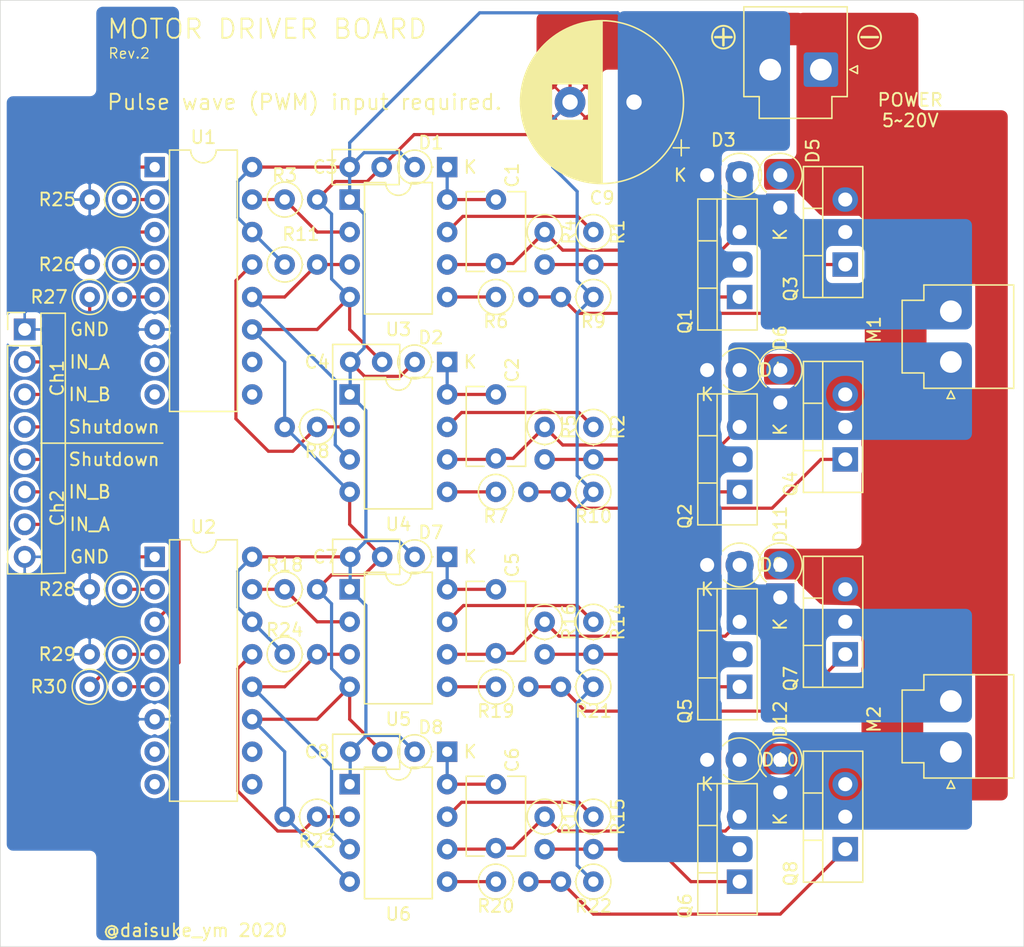
<source format=kicad_pcb>
(kicad_pcb (version 20171130) (host pcbnew "(5.1.6)-1")
  (layers (0 F.Cu signal) (31 B.Cu signal) (34 B.Paste user) (35 F.Paste user) (36 B.SilkS user) (37 F.SilkS user) (38 B.Mask user) (39 F.Mask user) (44 Edge.Cuts user))
  (net 0 "")
  (net 1 "Net-(C1-Pad1)")
  (net 2 "Net-(C1-Pad2)")
  (net 3 "Net-(C2-Pad1)")
  (net 4 "Net-(C2-Pad2)")
  (net 5 GNDPWR)
  (net 6 +BATT)
  (net 7 "Net-(C5-Pad2)")
  (net 8 "Net-(C5-Pad1)")
  (net 9 "Net-(C6-Pad2)")
  (net 10 "Net-(C6-Pad1)")
  (net 11 GND)
  (net 12 /IN_A1)
  (net 13 /IN_B1)
  (net 14 /IN_SD1)
  (net 15 /IN_SD2)
  (net 16 /IN_B2)
  (net 17 /IN_A2)
  (net 18 "Net-(Q1-Pad1)")
  (net 19 "Net-(Q2-Pad1)")
  (net 20 "Net-(Q3-Pad1)")
  (net 21 "Net-(Q4-Pad1)")
  (net 22 "Net-(Q5-Pad1)")
  (net 23 "Net-(Q6-Pad1)")
  (net 24 "Net-(Q7-Pad1)")
  (net 25 "Net-(Q8-Pad1)")
  (net 26 "Net-(R1-Pad1)")
  (net 27 "Net-(R2-Pad1)")
  (net 28 /DR_IN_A1)
  (net 29 "Net-(R6-Pad1)")
  (net 30 "Net-(R7-Pad1)")
  (net 31 /DR_IN_B1)
  (net 32 /DR_SD1)
  (net 33 "Net-(R14-Pad1)")
  (net 34 "Net-(R15-Pad1)")
  (net 35 /DR_IN_A2)
  (net 36 "Net-(R19-Pad1)")
  (net 37 "Net-(R20-Pad1)")
  (net 38 /DR_IN_B2)
  (net 39 /DR_SD2)
  (net 40 "Net-(R25-Pad1)")
  (net 41 "Net-(R26-Pad1)")
  (net 42 "Net-(R28-Pad1)")
  (net 43 "Net-(R27-Pad2)")
  (net 44 "Net-(R29-Pad1)")
  (net 45 "Net-(R30-Pad2)")
  (module Connector_JST:JST_VH_B2P-VH_1x02_P3.96mm_Vertical (layer F.Cu) (at 164.135 81.42 180)
    (fp_text reference J1 hide)
    (fp_text value "Motor Power")
    (pad 2 thru_hole circle (at 3.96 0 180) (size 2.7 2.7) (drill 1.7) (layers *.Cu *.Mask) (net 6 +BATT))
    (pad 1 thru_hole roundrect (at 0 0 180) (size 2.7 2.7) (drill 1.7) (layers *.Cu *.Mask) (roundrect_rratio 0.09259299999999999) (net 5 GNDPWR))
  )
  (module Connector_JST:JST_VH_B2P-VH_1x02_P3.96mm_Vertical (layer F.Cu) (at 174.295 104.28 90)
    (fp_text reference M1 (at 2.54 -6 90) (layer F.SilkS))
    (fp_text value Motor_DC)
    (pad 2 thru_hole circle (at 3.96 0 90) (size 2.7 2.7) (drill 1.7) (layers *.Cu *.Mask) (net 2 "Net-(C1-Pad2)"))
    (pad 1 thru_hole roundrect (at 0 0 90) (size 2.7 2.7) (drill 1.7) (layers *.Cu *.Mask) (roundrect_rratio 0.09259299999999999) (net 4 "Net-(C2-Pad2)"))
  )
  (module Connector_JST:JST_VH_B2P-VH_1x02_P3.96mm_Vertical (layer F.Cu) (at 174.295 134.76 90)
    (fp_text reference M2 (at 2.54 -6 90) (layer F.SilkS))
    (fp_text value Motor_DC)
    (pad 2 thru_hole circle (at 3.96 0 90) (size 2.7 2.7) (drill 1.7) (layers *.Cu *.Mask) (net 7 "Net-(C5-Pad2)"))
    (pad 1 thru_hole roundrect (at 0 0 90) (size 2.7 2.7) (drill 1.7) (layers *.Cu *.Mask) (roundrect_rratio 0.09259299999999999) (net 9 "Net-(C6-Pad2)"))
  )
  (module Diode_THT:D_DO-41_SOD81_P2.54mm_Vertical_KathodeUp (layer F.Cu) (at 160.96 122.695 90)
    (fp_text reference D11 (at 5.715 0 90) (layer F.SilkS))
    (fp_text value 1N4007)
    (fp_text user K (at -2.1 0 90) (layer F.SilkS))
    (pad 2 thru_hole oval (at 2.54 0 90) (size 2.2 2.2) (drill 1.1) (layers *.Cu *.Mask) (net 5 GNDPWR))
    (pad 1 thru_hole rect (at 0 0 90) (size 2.2 2.2) (drill 1.1) (layers *.Cu *.Mask) (net 7 "Net-(C5-Pad2)"))
  )
  (module MountingHole:MountingHole_3.2mm_M3 (layer F.Cu) (at 176 80)
    (fp_text reference MH3 hide)
    (fp_text value MountingHole_3.2mm_M3)
    (pad 1 np_thru_hole circle (at 0 0) (size 3.2 3.2) (drill 3.2) (layers *.Cu *.Mask))
  )
  (module MountingHole:MountingHole_3.2mm_M3 (layer F.Cu) (at 104 80)
    (fp_text reference MH4 hide)
    (fp_text value MountingHole_3.2mm_M3)
    (pad 1 np_thru_hole circle (at 0 0) (size 3.2 3.2) (drill 3.2) (layers *.Cu *.Mask))
  )
  (module MountingHole:MountingHole_3.2mm_M3 (layer F.Cu) (at 176 146)
    (fp_text reference MH2 hide)
    (fp_text value MountingHole_3.2mm_M3)
    (pad 1 np_thru_hole circle (at 0 0) (size 3.2 3.2) (drill 3.2) (layers *.Cu *.Mask))
  )
  (module MountingHole:MountingHole_3.2mm_M3 (layer F.Cu) (at 104 146)
    (fp_text reference MH1 hide)
    (fp_text value MountingHole_3.2mm_M3)
    (pad 1 np_thru_hole circle (at 0 0) (size 3.2 3.2) (drill 3.2) (layers *.Cu *.Mask))
  )
  (module Capacitor_THT:C_Disc_D6.0mm_W4.4mm_P5.00mm (layer F.Cu) (at 138.735 91.58 270)
    (fp_text reference C1 (at -1.905 -1.27 90) (layer F.SilkS))
    (fp_text value 10u)
    (pad 1 thru_hole circle (at 0 0 270) (size 1.6 1.6) (drill 0.8) (layers *.Cu *.Mask) (net 1 "Net-(C1-Pad1)"))
    (pad 2 thru_hole circle (at 5 0 270) (size 1.6 1.6) (drill 0.8) (layers *.Cu *.Mask) (net 2 "Net-(C1-Pad2)"))
  )
  (module Capacitor_THT:C_Disc_D6.0mm_W4.4mm_P5.00mm (layer F.Cu) (at 138.735 106.82 270)
    (fp_text reference C2 (at -1.905 -1.27 90) (layer F.SilkS))
    (fp_text value 10u)
    (pad 1 thru_hole circle (at 0 0 270) (size 1.6 1.6) (drill 0.8) (layers *.Cu *.Mask) (net 3 "Net-(C2-Pad1)"))
    (pad 2 thru_hole circle (at 5 0 270) (size 1.6 1.6) (drill 0.8) (layers *.Cu *.Mask) (net 4 "Net-(C2-Pad2)"))
  )
  (module Capacitor_THT:C_Disc_D5.0mm_W2.5mm_P2.50mm (layer F.Cu) (at 127.305 89.04)
    (fp_text reference C3 (at -1.905 0) (layer F.SilkS))
    (fp_text value 0.1u)
    (pad 2 thru_hole circle (at 2.5 0) (size 1.6 1.6) (drill 0.8) (layers *.Cu *.Mask) (net 5 GNDPWR))
    (pad 1 thru_hole circle (at 0 0) (size 1.6 1.6) (drill 0.8) (layers *.Cu *.Mask) (net 6 +BATT))
  )
  (module Capacitor_THT:C_Disc_D5.0mm_W2.5mm_P2.50mm (layer F.Cu) (at 127.345 104.28)
    (fp_text reference C4 (at -2.58 0) (layer F.SilkS))
    (fp_text value 0.1u)
    (pad 1 thru_hole circle (at 0 0) (size 1.6 1.6) (drill 0.8) (layers *.Cu *.Mask) (net 6 +BATT))
    (pad 2 thru_hole circle (at 2.5 0) (size 1.6 1.6) (drill 0.8) (layers *.Cu *.Mask) (net 5 GNDPWR))
  )
  (module Capacitor_THT:C_Disc_D6.0mm_W4.4mm_P5.00mm (layer F.Cu) (at 138.735 122.06 270)
    (fp_text reference C5 (at -1.905 -1.27 90) (layer F.SilkS))
    (fp_text value 10u)
    (pad 2 thru_hole circle (at 5 0 270) (size 1.6 1.6) (drill 0.8) (layers *.Cu *.Mask) (net 7 "Net-(C5-Pad2)"))
    (pad 1 thru_hole circle (at 0 0 270) (size 1.6 1.6) (drill 0.8) (layers *.Cu *.Mask) (net 8 "Net-(C5-Pad1)"))
  )
  (module Capacitor_THT:C_Disc_D6.0mm_W4.4mm_P5.00mm (layer F.Cu) (at 138.735 137.3 270)
    (fp_text reference C6 (at -1.905 -1.27 90) (layer F.SilkS))
    (fp_text value 10u)
    (pad 2 thru_hole circle (at 5 0 270) (size 1.6 1.6) (drill 0.8) (layers *.Cu *.Mask) (net 9 "Net-(C6-Pad2)"))
    (pad 1 thru_hole circle (at 0 0 270) (size 1.6 1.6) (drill 0.8) (layers *.Cu *.Mask) (net 10 "Net-(C6-Pad1)"))
  )
  (module Capacitor_THT:C_Disc_D5.0mm_W2.5mm_P2.50mm (layer F.Cu) (at 127.345 119.52)
    (fp_text reference C7 (at -1.945 0) (layer F.SilkS))
    (fp_text value 0.1u)
    (pad 2 thru_hole circle (at 2.5 0) (size 1.6 1.6) (drill 0.8) (layers *.Cu *.Mask) (net 5 GNDPWR))
    (pad 1 thru_hole circle (at 0 0) (size 1.6 1.6) (drill 0.8) (layers *.Cu *.Mask) (net 6 +BATT))
  )
  (module Capacitor_THT:C_Disc_D5.0mm_W2.5mm_P2.50mm (layer F.Cu) (at 127.345 134.76)
    (fp_text reference C8 (at -2.58 0) (layer F.SilkS))
    (fp_text value 0.1u)
    (pad 1 thru_hole circle (at 0 0) (size 1.6 1.6) (drill 0.8) (layers *.Cu *.Mask) (net 6 +BATT))
    (pad 2 thru_hole circle (at 2.5 0) (size 1.6 1.6) (drill 0.8) (layers *.Cu *.Mask) (net 5 GNDPWR))
  )
  (module Capacitor_THT:CP_Radial_D12.5mm_P5.00mm (layer F.Cu) (at 149.53 83.96 180)
    (fp_text reference C9 (at 2.5 -7.5) (layer F.SilkS))
    (fp_text value "470u 50V")
    (pad 1 thru_hole rect (at 0 0 180) (size 2.4 2.4) (drill 1.2) (layers *.Cu *.Mask) (net 6 +BATT))
    (pad 2 thru_hole circle (at 5 0 180) (size 2.4 2.4) (drill 1.2) (layers *.Cu *.Mask) (net 5 GNDPWR))
  )
  (module Diode_THT:D_DO-41_SOD81_P2.54mm_Vertical_KathodeUp (layer F.Cu) (at 155.245 104.915)
    (fp_text reference D4 (at 5.08 0) (layer F.SilkS))
    (fp_text value 1N4007)
    (fp_text user K (at 0 1.905) (layer F.SilkS))
    (pad 1 thru_hole rect (at 0 0) (size 2.2 2.2) (drill 1.1) (layers *.Cu *.Mask) (net 6 +BATT))
    (pad 2 thru_hole oval (at 2.54 0) (size 2.2 2.2) (drill 1.1) (layers *.Cu *.Mask) (net 4 "Net-(C2-Pad2)"))
  )
  (module Diode_THT:D_DO-41_SOD81_P2.54mm_Vertical_KathodeUp (layer F.Cu) (at 160.96 107.455 90)
    (fp_text reference D6 (at 5.08 0 90) (layer F.SilkS))
    (fp_text value 1N4007)
    (fp_text user K (at -2.1 0 90) (layer F.SilkS))
    (pad 1 thru_hole rect (at 0 0 90) (size 2.2 2.2) (drill 1.1) (layers *.Cu *.Mask) (net 4 "Net-(C2-Pad2)"))
    (pad 2 thru_hole oval (at 2.54 0 90) (size 2.2 2.2) (drill 1.1) (layers *.Cu *.Mask) (net 5 GNDPWR))
  )
  (module Diode_THT:D_DO-41_SOD81_P2.54mm_Vertical_KathodeUp (layer F.Cu) (at 155.245 120.155)
    (fp_text reference D9 (at 5.08 0) (layer F.SilkS))
    (fp_text value 1N4007)
    (fp_text user K (at 0 1.905) (layer F.SilkS))
    (pad 1 thru_hole rect (at 0 0) (size 2.2 2.2) (drill 1.1) (layers *.Cu *.Mask) (net 6 +BATT))
    (pad 2 thru_hole oval (at 2.54 0) (size 2.2 2.2) (drill 1.1) (layers *.Cu *.Mask) (net 7 "Net-(C5-Pad2)"))
  )
  (module Diode_THT:D_DO-41_SOD81_P2.54mm_Vertical_KathodeUp (layer F.Cu) (at 155.245 135.395)
    (fp_text reference D10 (at 5.715 0) (layer F.SilkS))
    (fp_text value 1N4007)
    (fp_text user K (at 0 1.905) (layer F.SilkS))
    (pad 2 thru_hole oval (at 2.54 0) (size 2.2 2.2) (drill 1.1) (layers *.Cu *.Mask) (net 9 "Net-(C6-Pad2)"))
    (pad 1 thru_hole rect (at 0 0) (size 2.2 2.2) (drill 1.1) (layers *.Cu *.Mask) (net 6 +BATT))
  )
  (module Diode_THT:D_DO-41_SOD81_P2.54mm_Vertical_KathodeUp (layer F.Cu) (at 160.96 137.935 90)
    (fp_text reference D12 (at 5.715 0 90) (layer F.SilkS))
    (fp_text value 1N4007)
    (fp_text user K (at -2.1 0 90) (layer F.SilkS))
    (pad 2 thru_hole oval (at 2.54 0 90) (size 2.2 2.2) (drill 1.1) (layers *.Cu *.Mask) (net 5 GNDPWR))
    (pad 1 thru_hole rect (at 0 0 90) (size 2.2 2.2) (drill 1.1) (layers *.Cu *.Mask) (net 9 "Net-(C6-Pad2)"))
  )
  (module Connector_PinHeader_2.54mm:PinHeader_1x08_P2.54mm_Vertical (layer F.Cu) (at 101.905 101.74)
    (fp_text reference J2 hide)
    (fp_text value "Input Logic")
    (pad 1 thru_hole rect (at 0 0) (size 1.7 1.7) (drill 1) (layers *.Cu *.Mask) (net 11 GND))
    (pad 2 thru_hole oval (at 0 2.54) (size 1.7 1.7) (drill 1) (layers *.Cu *.Mask) (net 12 /IN_A1))
    (pad 3 thru_hole oval (at 0 5.08) (size 1.7 1.7) (drill 1) (layers *.Cu *.Mask) (net 13 /IN_B1))
    (pad 4 thru_hole oval (at 0 7.62) (size 1.7 1.7) (drill 1) (layers *.Cu *.Mask) (net 14 /IN_SD1))
    (pad 5 thru_hole oval (at 0 10.16) (size 1.7 1.7) (drill 1) (layers *.Cu *.Mask) (net 15 /IN_SD2))
    (pad 6 thru_hole oval (at 0 12.7) (size 1.7 1.7) (drill 1) (layers *.Cu *.Mask) (net 16 /IN_B2))
    (pad 7 thru_hole oval (at 0 15.24) (size 1.7 1.7) (drill 1) (layers *.Cu *.Mask) (net 17 /IN_A2))
    (pad 8 thru_hole oval (at 0 17.78) (size 1.7 1.7) (drill 1) (layers *.Cu *.Mask) (net 11 GND))
  )
  (module Package_TO_SOT_THT:TO-220-3_Vertical (layer F.Cu) (at 157.785 99.2 90)
    (fp_text reference Q1 (at -1.905 -4.27 90) (layer F.SilkS))
    (fp_text value Q_NMOS_GDS)
    (pad 1 thru_hole rect (at 0 0 90) (size 1.905 2) (drill 1.1) (layers *.Cu *.Mask) (net 18 "Net-(Q1-Pad1)"))
    (pad 2 thru_hole oval (at 2.54 0 90) (size 1.905 2) (drill 1.1) (layers *.Cu *.Mask) (net 6 +BATT))
    (pad 3 thru_hole oval (at 5.08 0 90) (size 1.905 2) (drill 1.1) (layers *.Cu *.Mask) (net 2 "Net-(C1-Pad2)"))
  )
  (module Package_TO_SOT_THT:TO-220-3_Vertical (layer F.Cu) (at 157.785 114.44 90)
    (fp_text reference Q2 (at -1.905 -4.27 90) (layer F.SilkS))
    (fp_text value Q_NMOS_GDS)
    (pad 1 thru_hole rect (at 0 0 90) (size 1.905 2) (drill 1.1) (layers *.Cu *.Mask) (net 19 "Net-(Q2-Pad1)"))
    (pad 2 thru_hole oval (at 2.54 0 90) (size 1.905 2) (drill 1.1) (layers *.Cu *.Mask) (net 6 +BATT))
    (pad 3 thru_hole oval (at 5.08 0 90) (size 1.905 2) (drill 1.1) (layers *.Cu *.Mask) (net 4 "Net-(C2-Pad2)"))
  )
  (module Package_TO_SOT_THT:TO-220-3_Vertical (layer F.Cu) (at 166.04 96.66 90)
    (fp_text reference Q3 (at -1.905 -4.27 90) (layer F.SilkS))
    (fp_text value Q_NMOS_GDS)
    (pad 3 thru_hole oval (at 5.08 0 90) (size 1.905 2) (drill 1.1) (layers *.Cu *.Mask) (net 5 GNDPWR))
    (pad 2 thru_hole oval (at 2.54 0 90) (size 1.905 2) (drill 1.1) (layers *.Cu *.Mask) (net 2 "Net-(C1-Pad2)"))
    (pad 1 thru_hole rect (at 0 0 90) (size 1.905 2) (drill 1.1) (layers *.Cu *.Mask) (net 20 "Net-(Q3-Pad1)"))
  )
  (module Package_TO_SOT_THT:TO-220-3_Vertical (layer F.Cu) (at 166.04 111.9 90)
    (fp_text reference Q4 (at -1.905 -4.27 90) (layer F.SilkS))
    (fp_text value Q_NMOS_GDS)
    (pad 3 thru_hole oval (at 5.08 0 90) (size 1.905 2) (drill 1.1) (layers *.Cu *.Mask) (net 5 GNDPWR))
    (pad 2 thru_hole oval (at 2.54 0 90) (size 1.905 2) (drill 1.1) (layers *.Cu *.Mask) (net 4 "Net-(C2-Pad2)"))
    (pad 1 thru_hole rect (at 0 0 90) (size 1.905 2) (drill 1.1) (layers *.Cu *.Mask) (net 21 "Net-(Q4-Pad1)"))
  )
  (module Package_TO_SOT_THT:TO-220-3_Vertical (layer F.Cu) (at 157.785 129.68 90)
    (fp_text reference Q5 (at -1.905 -4.27 90) (layer F.SilkS))
    (fp_text value Q_NMOS_GDS)
    (pad 1 thru_hole rect (at 0 0 90) (size 1.905 2) (drill 1.1) (layers *.Cu *.Mask) (net 22 "Net-(Q5-Pad1)"))
    (pad 2 thru_hole oval (at 2.54 0 90) (size 1.905 2) (drill 1.1) (layers *.Cu *.Mask) (net 6 +BATT))
    (pad 3 thru_hole oval (at 5.08 0 90) (size 1.905 2) (drill 1.1) (layers *.Cu *.Mask) (net 7 "Net-(C5-Pad2)"))
  )
  (module Package_TO_SOT_THT:TO-220-3_Vertical (layer F.Cu) (at 157.785 144.92 90)
    (fp_text reference Q6 (at -1.905 -4.27 90) (layer F.SilkS))
    (fp_text value Q_NMOS_GDS)
    (pad 1 thru_hole rect (at 0 0 90) (size 1.905 2) (drill 1.1) (layers *.Cu *.Mask) (net 23 "Net-(Q6-Pad1)"))
    (pad 2 thru_hole oval (at 2.54 0 90) (size 1.905 2) (drill 1.1) (layers *.Cu *.Mask) (net 6 +BATT))
    (pad 3 thru_hole oval (at 5.08 0 90) (size 1.905 2) (drill 1.1) (layers *.Cu *.Mask) (net 9 "Net-(C6-Pad2)"))
  )
  (module Package_TO_SOT_THT:TO-220-3_Vertical (layer F.Cu) (at 166.04 127.14 90)
    (fp_text reference Q7 (at -1.905 -4.27 90) (layer F.SilkS))
    (fp_text value Q_NMOS_GDS)
    (pad 3 thru_hole oval (at 5.08 0 90) (size 1.905 2) (drill 1.1) (layers *.Cu *.Mask) (net 5 GNDPWR))
    (pad 2 thru_hole oval (at 2.54 0 90) (size 1.905 2) (drill 1.1) (layers *.Cu *.Mask) (net 7 "Net-(C5-Pad2)"))
    (pad 1 thru_hole rect (at 0 0 90) (size 1.905 2) (drill 1.1) (layers *.Cu *.Mask) (net 24 "Net-(Q7-Pad1)"))
  )
  (module Package_TO_SOT_THT:TO-220-3_Vertical (layer F.Cu) (at 166.04 142.38 90)
    (fp_text reference Q8 (at -1.905 -4.27 90) (layer F.SilkS))
    (fp_text value Q_NMOS_GDS)
    (pad 3 thru_hole oval (at 5.08 0 90) (size 1.905 2) (drill 1.1) (layers *.Cu *.Mask) (net 5 GNDPWR))
    (pad 2 thru_hole oval (at 2.54 0 90) (size 1.905 2) (drill 1.1) (layers *.Cu *.Mask) (net 9 "Net-(C6-Pad2)"))
    (pad 1 thru_hole rect (at 0 0 90) (size 1.905 2) (drill 1.1) (layers *.Cu *.Mask) (net 25 "Net-(Q8-Pad1)"))
  )
  (module Resistor_THT:R_Axial_DIN0207_L6.3mm_D2.5mm_P2.54mm_Vertical (layer F.Cu) (at 146.355 94.12 270)
    (fp_text reference R1 (at 0 -1.905 90) (layer F.SilkS))
    (fp_text value 47k)
    (pad 1 thru_hole circle (at 0 0 270) (size 1.6 1.6) (drill 0.8) (layers *.Cu *.Mask) (net 26 "Net-(R1-Pad1)"))
    (pad 2 thru_hole oval (at 2.54 0 270) (size 1.6 1.6) (drill 0.8) (layers *.Cu *.Mask) (net 18 "Net-(Q1-Pad1)"))
  )
  (module Resistor_THT:R_Axial_DIN0207_L6.3mm_D2.5mm_P2.54mm_Vertical (layer F.Cu) (at 146.355 109.36 270)
    (fp_text reference R2 (at 0 -1.905 90) (layer F.SilkS))
    (fp_text value 47k)
    (pad 2 thru_hole oval (at 2.54 0 270) (size 1.6 1.6) (drill 0.8) (layers *.Cu *.Mask) (net 19 "Net-(Q2-Pad1)"))
    (pad 1 thru_hole circle (at 0 0 270) (size 1.6 1.6) (drill 0.8) (layers *.Cu *.Mask) (net 27 "Net-(R2-Pad1)"))
  )
  (module Resistor_THT:R_Axial_DIN0207_L6.3mm_D2.5mm_P2.54mm_Vertical (layer F.Cu) (at 122.225 91.58)
    (fp_text reference R3 (at 0 -1.905) (layer F.SilkS))
    (fp_text value 10k)
    (pad 2 thru_hole oval (at 2.54 0) (size 1.6 1.6) (drill 0.8) (layers *.Cu *.Mask) (net 5 GNDPWR))
    (pad 1 thru_hole circle (at 0 0) (size 1.6 1.6) (drill 0.8) (layers *.Cu *.Mask) (net 28 /DR_IN_A1))
  )
  (module Resistor_THT:R_Axial_DIN0207_L6.3mm_D2.5mm_P2.54mm_Vertical (layer F.Cu) (at 142.545 94.12 270)
    (fp_text reference R4 (at 0 -1.905 90) (layer F.SilkS))
    (fp_text value 47k)
    (pad 2 thru_hole oval (at 2.54 0 270) (size 1.6 1.6) (drill 0.8) (layers *.Cu *.Mask) (net 18 "Net-(Q1-Pad1)"))
    (pad 1 thru_hole circle (at 0 0 270) (size 1.6 1.6) (drill 0.8) (layers *.Cu *.Mask) (net 2 "Net-(C1-Pad2)"))
  )
  (module Resistor_THT:R_Axial_DIN0207_L6.3mm_D2.5mm_P2.54mm_Vertical (layer F.Cu) (at 142.545 109.36 270)
    (fp_text reference R5 (at 0 -1.905 90) (layer F.SilkS))
    (fp_text value 47k)
    (pad 1 thru_hole circle (at 0 0 270) (size 1.6 1.6) (drill 0.8) (layers *.Cu *.Mask) (net 4 "Net-(C2-Pad2)"))
    (pad 2 thru_hole oval (at 2.54 0 270) (size 1.6 1.6) (drill 0.8) (layers *.Cu *.Mask) (net 19 "Net-(Q2-Pad1)"))
  )
  (module Resistor_THT:R_Axial_DIN0207_L6.3mm_D2.5mm_P2.54mm_Vertical (layer F.Cu) (at 138.735 99.2)
    (fp_text reference R6 (at 0 1.905) (layer F.SilkS))
    (fp_text value 47k)
    (pad 1 thru_hole circle (at 0 0) (size 1.6 1.6) (drill 0.8) (layers *.Cu *.Mask) (net 29 "Net-(R6-Pad1)"))
    (pad 2 thru_hole oval (at 2.54 0) (size 1.6 1.6) (drill 0.8) (layers *.Cu *.Mask) (net 20 "Net-(Q3-Pad1)"))
  )
  (module Resistor_THT:R_Axial_DIN0207_L6.3mm_D2.5mm_P2.54mm_Vertical (layer F.Cu) (at 138.735 114.44)
    (fp_text reference R7 (at 0 1.905) (layer F.SilkS))
    (fp_text value 47k)
    (pad 2 thru_hole oval (at 2.54 0) (size 1.6 1.6) (drill 0.8) (layers *.Cu *.Mask) (net 21 "Net-(Q4-Pad1)"))
    (pad 1 thru_hole circle (at 0 0) (size 1.6 1.6) (drill 0.8) (layers *.Cu *.Mask) (net 30 "Net-(R7-Pad1)"))
  )
  (module Resistor_THT:R_Axial_DIN0207_L6.3mm_D2.5mm_P2.54mm_Vertical (layer F.Cu) (at 124.765 109.36 180)
    (fp_text reference R8 (at 0 -1.905) (layer F.SilkS))
    (fp_text value 10k)
    (pad 1 thru_hole circle (at 0 0 180) (size 1.6 1.6) (drill 0.8) (layers *.Cu *.Mask) (net 31 /DR_IN_B1))
    (pad 2 thru_hole oval (at 2.54 0 180) (size 1.6 1.6) (drill 0.8) (layers *.Cu *.Mask) (net 5 GNDPWR))
  )
  (module Resistor_THT:R_Axial_DIN0207_L6.3mm_D2.5mm_P2.54mm_Vertical (layer F.Cu) (at 146.355 99.2 180)
    (fp_text reference R9 (at 0 -1.905) (layer F.SilkS))
    (fp_text value 47k)
    (pad 2 thru_hole oval (at 2.54 0 180) (size 1.6 1.6) (drill 0.8) (layers *.Cu *.Mask) (net 20 "Net-(Q3-Pad1)"))
    (pad 1 thru_hole circle (at 0 0 180) (size 1.6 1.6) (drill 0.8) (layers *.Cu *.Mask) (net 5 GNDPWR))
  )
  (module Resistor_THT:R_Axial_DIN0207_L6.3mm_D2.5mm_P2.54mm_Vertical (layer F.Cu) (at 146.355 114.44 180)
    (fp_text reference R10 (at 0 -1.905) (layer F.SilkS))
    (fp_text value 47k)
    (pad 2 thru_hole oval (at 2.54 0 180) (size 1.6 1.6) (drill 0.8) (layers *.Cu *.Mask) (net 21 "Net-(Q4-Pad1)"))
    (pad 1 thru_hole circle (at 0 0 180) (size 1.6 1.6) (drill 0.8) (layers *.Cu *.Mask) (net 5 GNDPWR))
  )
  (module Resistor_THT:R_Axial_DIN0207_L6.3mm_D2.5mm_P2.54mm_Vertical (layer F.Cu) (at 122.225 96.66)
    (fp_text reference R11 (at 1.27 -2.37) (layer F.SilkS))
    (fp_text value 10k)
    (pad 2 thru_hole oval (at 2.54 0) (size 1.6 1.6) (drill 0.8) (layers *.Cu *.Mask) (net 32 /DR_SD1))
    (pad 1 thru_hole circle (at 0 0) (size 1.6 1.6) (drill 0.8) (layers *.Cu *.Mask) (net 6 +BATT))
  )
  (module Resistor_THT:R_Axial_DIN0207_L6.3mm_D2.5mm_P2.54mm_Vertical (layer F.Cu) (at 146.355 124.6 270)
    (fp_text reference R14 (at 0 -1.905 90) (layer F.SilkS))
    (fp_text value 47k)
    (pad 1 thru_hole circle (at 0 0 270) (size 1.6 1.6) (drill 0.8) (layers *.Cu *.Mask) (net 33 "Net-(R14-Pad1)"))
    (pad 2 thru_hole oval (at 2.54 0 270) (size 1.6 1.6) (drill 0.8) (layers *.Cu *.Mask) (net 22 "Net-(Q5-Pad1)"))
  )
  (module Resistor_THT:R_Axial_DIN0207_L6.3mm_D2.5mm_P2.54mm_Vertical (layer F.Cu) (at 146.355 139.84 270)
    (fp_text reference R15 (at 0 -1.905 90) (layer F.SilkS))
    (fp_text value 47k)
    (pad 1 thru_hole circle (at 0 0 270) (size 1.6 1.6) (drill 0.8) (layers *.Cu *.Mask) (net 34 "Net-(R15-Pad1)"))
    (pad 2 thru_hole oval (at 2.54 0 270) (size 1.6 1.6) (drill 0.8) (layers *.Cu *.Mask) (net 23 "Net-(Q6-Pad1)"))
  )
  (module Resistor_THT:R_Axial_DIN0207_L6.3mm_D2.5mm_P2.54mm_Vertical (layer F.Cu) (at 142.545 124.6 270)
    (fp_text reference R16 (at 0 -1.905 90) (layer F.SilkS))
    (fp_text value 47k)
    (pad 2 thru_hole oval (at 2.54 0 270) (size 1.6 1.6) (drill 0.8) (layers *.Cu *.Mask) (net 22 "Net-(Q5-Pad1)"))
    (pad 1 thru_hole circle (at 0 0 270) (size 1.6 1.6) (drill 0.8) (layers *.Cu *.Mask) (net 7 "Net-(C5-Pad2)"))
  )
  (module Resistor_THT:R_Axial_DIN0207_L6.3mm_D2.5mm_P2.54mm_Vertical (layer F.Cu) (at 142.545 139.84 270)
    (fp_text reference R17 (at 0 -1.905 90) (layer F.SilkS))
    (fp_text value 47k)
    (pad 2 thru_hole oval (at 2.54 0 270) (size 1.6 1.6) (drill 0.8) (layers *.Cu *.Mask) (net 23 "Net-(Q6-Pad1)"))
    (pad 1 thru_hole circle (at 0 0 270) (size 1.6 1.6) (drill 0.8) (layers *.Cu *.Mask) (net 9 "Net-(C6-Pad2)"))
  )
  (module Resistor_THT:R_Axial_DIN0207_L6.3mm_D2.5mm_P2.54mm_Vertical (layer F.Cu) (at 122.225 122.06)
    (fp_text reference R18 (at 0 -1.905) (layer F.SilkS))
    (fp_text value 10k)
    (pad 1 thru_hole circle (at 0 0) (size 1.6 1.6) (drill 0.8) (layers *.Cu *.Mask) (net 35 /DR_IN_A2))
    (pad 2 thru_hole oval (at 2.54 0) (size 1.6 1.6) (drill 0.8) (layers *.Cu *.Mask) (net 5 GNDPWR))
  )
  (module Resistor_THT:R_Axial_DIN0207_L6.3mm_D2.5mm_P2.54mm_Vertical (layer F.Cu) (at 138.735 129.68)
    (fp_text reference R19 (at 0 1.905) (layer F.SilkS))
    (fp_text value 47k)
    (pad 1 thru_hole circle (at 0 0) (size 1.6 1.6) (drill 0.8) (layers *.Cu *.Mask) (net 36 "Net-(R19-Pad1)"))
    (pad 2 thru_hole oval (at 2.54 0) (size 1.6 1.6) (drill 0.8) (layers *.Cu *.Mask) (net 24 "Net-(Q7-Pad1)"))
  )
  (module Resistor_THT:R_Axial_DIN0207_L6.3mm_D2.5mm_P2.54mm_Vertical (layer F.Cu) (at 138.735 144.92)
    (fp_text reference R20 (at 0 1.905) (layer F.SilkS))
    (fp_text value 47k)
    (pad 2 thru_hole oval (at 2.54 0) (size 1.6 1.6) (drill 0.8) (layers *.Cu *.Mask) (net 25 "Net-(Q8-Pad1)"))
    (pad 1 thru_hole circle (at 0 0) (size 1.6 1.6) (drill 0.8) (layers *.Cu *.Mask) (net 37 "Net-(R20-Pad1)"))
  )
  (module Resistor_THT:R_Axial_DIN0207_L6.3mm_D2.5mm_P2.54mm_Vertical (layer F.Cu) (at 146.355 129.68 180)
    (fp_text reference R21 (at 0 -1.905) (layer F.SilkS))
    (fp_text value 47k)
    (pad 1 thru_hole circle (at 0 0 180) (size 1.6 1.6) (drill 0.8) (layers *.Cu *.Mask) (net 5 GNDPWR))
    (pad 2 thru_hole oval (at 2.54 0 180) (size 1.6 1.6) (drill 0.8) (layers *.Cu *.Mask) (net 24 "Net-(Q7-Pad1)"))
  )
  (module Resistor_THT:R_Axial_DIN0207_L6.3mm_D2.5mm_P2.54mm_Vertical (layer F.Cu) (at 146.355 144.92 180)
    (fp_text reference R22 (at 0 -1.905) (layer F.SilkS))
    (fp_text value 47k)
    (pad 1 thru_hole circle (at 0 0 180) (size 1.6 1.6) (drill 0.8) (layers *.Cu *.Mask) (net 5 GNDPWR))
    (pad 2 thru_hole oval (at 2.54 0 180) (size 1.6 1.6) (drill 0.8) (layers *.Cu *.Mask) (net 25 "Net-(Q8-Pad1)"))
  )
  (module Resistor_THT:R_Axial_DIN0207_L6.3mm_D2.5mm_P2.54mm_Vertical (layer F.Cu) (at 124.765 139.84 180)
    (fp_text reference R23 (at 0 -1.905) (layer F.SilkS))
    (fp_text value 10k)
    (pad 2 thru_hole oval (at 2.54 0 180) (size 1.6 1.6) (drill 0.8) (layers *.Cu *.Mask) (net 5 GNDPWR))
    (pad 1 thru_hole circle (at 0 0 180) (size 1.6 1.6) (drill 0.8) (layers *.Cu *.Mask) (net 38 /DR_IN_B2))
  )
  (module Resistor_THT:R_Axial_DIN0207_L6.3mm_D2.5mm_P2.54mm_Vertical (layer F.Cu) (at 122.225 127.14)
    (fp_text reference R24 (at 0 -1.905) (layer F.SilkS))
    (fp_text value 10k)
    (pad 1 thru_hole circle (at 0 0) (size 1.6 1.6) (drill 0.8) (layers *.Cu *.Mask) (net 6 +BATT))
    (pad 2 thru_hole oval (at 2.54 0) (size 1.6 1.6) (drill 0.8) (layers *.Cu *.Mask) (net 39 /DR_SD2))
  )
  (module Package_DIP:DIP-16_W7.62mm (layer F.Cu) (at 112.065 89.04)
    (fp_text reference U1 (at 3.81 -2.33) (layer F.SilkS))
    (fp_text value TLP627-4)
    (pad 1 thru_hole rect (at 0 0) (size 1.6 1.6) (drill 0.8) (layers *.Cu *.Mask) (net 12 /IN_A1))
    (pad 9 thru_hole oval (at 7.62 17.78) (size 1.6 1.6) (drill 0.8) (layers *.Cu *.Mask))
    (pad 2 thru_hole oval (at 0 2.54) (size 1.6 1.6) (drill 0.8) (layers *.Cu *.Mask) (net 40 "Net-(R25-Pad1)"))
    (pad 10 thru_hole oval (at 7.62 15.24) (size 1.6 1.6) (drill 0.8) (layers *.Cu *.Mask))
    (pad 3 thru_hole oval (at 0 5.08) (size 1.6 1.6) (drill 0.8) (layers *.Cu *.Mask) (net 13 /IN_B1))
    (pad 11 thru_hole oval (at 7.62 12.7) (size 1.6 1.6) (drill 0.8) (layers *.Cu *.Mask) (net 5 GNDPWR))
    (pad 4 thru_hole oval (at 0 7.62) (size 1.6 1.6) (drill 0.8) (layers *.Cu *.Mask) (net 41 "Net-(R26-Pad1)"))
    (pad 12 thru_hole oval (at 7.62 10.16) (size 1.6 1.6) (drill 0.8) (layers *.Cu *.Mask) (net 32 /DR_SD1))
    (pad 5 thru_hole oval (at 0 10.16) (size 1.6 1.6) (drill 0.8) (layers *.Cu *.Mask) (net 43 "Net-(R27-Pad2)"))
    (pad 13 thru_hole oval (at 7.62 7.62) (size 1.6 1.6) (drill 0.8) (layers *.Cu *.Mask) (net 31 /DR_IN_B1))
    (pad 6 thru_hole oval (at 0 12.7) (size 1.6 1.6) (drill 0.8) (layers *.Cu *.Mask) (net 11 GND))
    (pad 14 thru_hole oval (at 7.62 5.08) (size 1.6 1.6) (drill 0.8) (layers *.Cu *.Mask) (net 6 +BATT))
    (pad 7 thru_hole oval (at 0 15.24) (size 1.6 1.6) (drill 0.8) (layers *.Cu *.Mask))
    (pad 15 thru_hole oval (at 7.62 2.54) (size 1.6 1.6) (drill 0.8) (layers *.Cu *.Mask) (net 28 /DR_IN_A1))
    (pad 8 thru_hole oval (at 0 17.78) (size 1.6 1.6) (drill 0.8) (layers *.Cu *.Mask))
    (pad 16 thru_hole oval (at 7.62 0) (size 1.6 1.6) (drill 0.8) (layers *.Cu *.Mask) (net 6 +BATT))
  )
  (module Package_DIP:DIP-16_W7.62mm (layer F.Cu) (at 112.065 119.52)
    (fp_text reference U2 (at 3.81 -2.33) (layer F.SilkS))
    (fp_text value TLP627-4)
    (pad 16 thru_hole oval (at 7.62 0) (size 1.6 1.6) (drill 0.8) (layers *.Cu *.Mask) (net 6 +BATT))
    (pad 8 thru_hole oval (at 0 17.78) (size 1.6 1.6) (drill 0.8) (layers *.Cu *.Mask))
    (pad 15 thru_hole oval (at 7.62 2.54) (size 1.6 1.6) (drill 0.8) (layers *.Cu *.Mask) (net 35 /DR_IN_A2))
    (pad 7 thru_hole oval (at 0 15.24) (size 1.6 1.6) (drill 0.8) (layers *.Cu *.Mask))
    (pad 14 thru_hole oval (at 7.62 5.08) (size 1.6 1.6) (drill 0.8) (layers *.Cu *.Mask) (net 6 +BATT))
    (pad 6 thru_hole oval (at 0 12.7) (size 1.6 1.6) (drill 0.8) (layers *.Cu *.Mask) (net 11 GND))
    (pad 13 thru_hole oval (at 7.62 7.62) (size 1.6 1.6) (drill 0.8) (layers *.Cu *.Mask) (net 38 /DR_IN_B2))
    (pad 5 thru_hole oval (at 0 10.16) (size 1.6 1.6) (drill 0.8) (layers *.Cu *.Mask) (net 45 "Net-(R30-Pad2)"))
    (pad 12 thru_hole oval (at 7.62 10.16) (size 1.6 1.6) (drill 0.8) (layers *.Cu *.Mask) (net 39 /DR_SD2))
    (pad 4 thru_hole oval (at 0 7.62) (size 1.6 1.6) (drill 0.8) (layers *.Cu *.Mask) (net 44 "Net-(R29-Pad1)"))
    (pad 11 thru_hole oval (at 7.62 12.7) (size 1.6 1.6) (drill 0.8) (layers *.Cu *.Mask) (net 5 GNDPWR))
    (pad 3 thru_hole oval (at 0 5.08) (size 1.6 1.6) (drill 0.8) (layers *.Cu *.Mask) (net 16 /IN_B2))
    (pad 10 thru_hole oval (at 7.62 15.24) (size 1.6 1.6) (drill 0.8) (layers *.Cu *.Mask))
    (pad 2 thru_hole oval (at 0 2.54) (size 1.6 1.6) (drill 0.8) (layers *.Cu *.Mask) (net 42 "Net-(R28-Pad1)"))
    (pad 9 thru_hole oval (at 7.62 17.78) (size 1.6 1.6) (drill 0.8) (layers *.Cu *.Mask))
    (pad 1 thru_hole rect (at 0 0) (size 1.6 1.6) (drill 0.8) (layers *.Cu *.Mask) (net 17 /IN_A2))
  )
  (module Package_DIP:DIP-8_W7.62mm (layer F.Cu) (at 127.305 91.58)
    (fp_text reference U3 (at 3.81 10.16) (layer F.SilkS))
    (fp_text value IR2302)
    (pad 8 thru_hole oval (at 7.62 0) (size 1.6 1.6) (drill 0.8) (layers *.Cu *.Mask) (net 1 "Net-(C1-Pad1)"))
    (pad 4 thru_hole oval (at 0 7.62) (size 1.6 1.6) (drill 0.8) (layers *.Cu *.Mask) (net 5 GNDPWR))
    (pad 7 thru_hole oval (at 7.62 2.54) (size 1.6 1.6) (drill 0.8) (layers *.Cu *.Mask) (net 26 "Net-(R1-Pad1)"))
    (pad 3 thru_hole oval (at 0 5.08) (size 1.6 1.6) (drill 0.8) (layers *.Cu *.Mask) (net 32 /DR_SD1))
    (pad 6 thru_hole oval (at 7.62 5.08) (size 1.6 1.6) (drill 0.8) (layers *.Cu *.Mask) (net 2 "Net-(C1-Pad2)"))
    (pad 2 thru_hole oval (at 0 2.54) (size 1.6 1.6) (drill 0.8) (layers *.Cu *.Mask) (net 28 /DR_IN_A1))
    (pad 5 thru_hole oval (at 7.62 7.62) (size 1.6 1.6) (drill 0.8) (layers *.Cu *.Mask) (net 29 "Net-(R6-Pad1)"))
    (pad 1 thru_hole rect (at 0 0) (size 1.6 1.6) (drill 0.8) (layers *.Cu *.Mask) (net 6 +BATT))
  )
  (module Package_DIP:DIP-8_W7.62mm (layer F.Cu) (at 127.305 106.82)
    (fp_text reference U4 (at 3.81 10.16) (layer F.SilkS))
    (fp_text value IR2302)
    (pad 8 thru_hole oval (at 7.62 0) (size 1.6 1.6) (drill 0.8) (layers *.Cu *.Mask) (net 3 "Net-(C2-Pad1)"))
    (pad 4 thru_hole oval (at 0 7.62) (size 1.6 1.6) (drill 0.8) (layers *.Cu *.Mask) (net 5 GNDPWR))
    (pad 7 thru_hole oval (at 7.62 2.54) (size 1.6 1.6) (drill 0.8) (layers *.Cu *.Mask) (net 27 "Net-(R2-Pad1)"))
    (pad 3 thru_hole oval (at 0 5.08) (size 1.6 1.6) (drill 0.8) (layers *.Cu *.Mask) (net 32 /DR_SD1))
    (pad 6 thru_hole oval (at 7.62 5.08) (size 1.6 1.6) (drill 0.8) (layers *.Cu *.Mask) (net 4 "Net-(C2-Pad2)"))
    (pad 2 thru_hole oval (at 0 2.54) (size 1.6 1.6) (drill 0.8) (layers *.Cu *.Mask) (net 31 /DR_IN_B1))
    (pad 5 thru_hole oval (at 7.62 7.62) (size 1.6 1.6) (drill 0.8) (layers *.Cu *.Mask) (net 30 "Net-(R7-Pad1)"))
    (pad 1 thru_hole rect (at 0 0) (size 1.6 1.6) (drill 0.8) (layers *.Cu *.Mask) (net 6 +BATT))
  )
  (module Package_DIP:DIP-8_W7.62mm (layer F.Cu) (at 127.305 122.06)
    (fp_text reference U5 (at 3.81 10.16) (layer F.SilkS))
    (fp_text value IR2302)
    (pad 1 thru_hole rect (at 0 0) (size 1.6 1.6) (drill 0.8) (layers *.Cu *.Mask) (net 6 +BATT))
    (pad 5 thru_hole oval (at 7.62 7.62) (size 1.6 1.6) (drill 0.8) (layers *.Cu *.Mask) (net 36 "Net-(R19-Pad1)"))
    (pad 2 thru_hole oval (at 0 2.54) (size 1.6 1.6) (drill 0.8) (layers *.Cu *.Mask) (net 35 /DR_IN_A2))
    (pad 6 thru_hole oval (at 7.62 5.08) (size 1.6 1.6) (drill 0.8) (layers *.Cu *.Mask) (net 7 "Net-(C5-Pad2)"))
    (pad 3 thru_hole oval (at 0 5.08) (size 1.6 1.6) (drill 0.8) (layers *.Cu *.Mask) (net 39 /DR_SD2))
    (pad 7 thru_hole oval (at 7.62 2.54) (size 1.6 1.6) (drill 0.8) (layers *.Cu *.Mask) (net 33 "Net-(R14-Pad1)"))
    (pad 4 thru_hole oval (at 0 7.62) (size 1.6 1.6) (drill 0.8) (layers *.Cu *.Mask) (net 5 GNDPWR))
    (pad 8 thru_hole oval (at 7.62 0) (size 1.6 1.6) (drill 0.8) (layers *.Cu *.Mask) (net 8 "Net-(C5-Pad1)"))
  )
  (module Package_DIP:DIP-8_W7.62mm (layer F.Cu) (at 127.305 137.3)
    (fp_text reference U6 (at 3.81 10.16) (layer F.SilkS))
    (fp_text value IR2302)
    (pad 1 thru_hole rect (at 0 0) (size 1.6 1.6) (drill 0.8) (layers *.Cu *.Mask) (net 6 +BATT))
    (pad 5 thru_hole oval (at 7.62 7.62) (size 1.6 1.6) (drill 0.8) (layers *.Cu *.Mask) (net 37 "Net-(R20-Pad1)"))
    (pad 2 thru_hole oval (at 0 2.54) (size 1.6 1.6) (drill 0.8) (layers *.Cu *.Mask) (net 38 /DR_IN_B2))
    (pad 6 thru_hole oval (at 7.62 5.08) (size 1.6 1.6) (drill 0.8) (layers *.Cu *.Mask) (net 9 "Net-(C6-Pad2)"))
    (pad 3 thru_hole oval (at 0 5.08) (size 1.6 1.6) (drill 0.8) (layers *.Cu *.Mask) (net 39 /DR_SD2))
    (pad 7 thru_hole oval (at 7.62 2.54) (size 1.6 1.6) (drill 0.8) (layers *.Cu *.Mask) (net 34 "Net-(R15-Pad1)"))
    (pad 4 thru_hole oval (at 0 7.62) (size 1.6 1.6) (drill 0.8) (layers *.Cu *.Mask) (net 5 GNDPWR))
    (pad 8 thru_hole oval (at 7.62 0) (size 1.6 1.6) (drill 0.8) (layers *.Cu *.Mask) (net 10 "Net-(C6-Pad1)"))
  )
  (module Resistor_THT:R_Axial_DIN0207_L6.3mm_D2.5mm_P2.54mm_Vertical (layer F.Cu) (at 109.525 91.58 180)
    (fp_text reference R25 (at 5.08 0) (layer F.SilkS))
    (fp_text value 390)
    (pad 1 thru_hole circle (at 0 0 180) (size 1.6 1.6) (drill 0.8) (layers *.Cu *.Mask) (net 40 "Net-(R25-Pad1)"))
    (pad 2 thru_hole oval (at 2.54 0 180) (size 1.6 1.6) (drill 0.8) (layers *.Cu *.Mask) (net 11 GND))
  )
  (module Resistor_THT:R_Axial_DIN0207_L6.3mm_D2.5mm_P2.54mm_Vertical (layer F.Cu) (at 109.525 96.66 180)
    (fp_text reference R26 (at 5.08 0) (layer F.SilkS))
    (fp_text value 390)
    (pad 2 thru_hole oval (at 2.54 0 180) (size 1.6 1.6) (drill 0.8) (layers *.Cu *.Mask) (net 11 GND))
    (pad 1 thru_hole circle (at 0 0 180) (size 1.6 1.6) (drill 0.8) (layers *.Cu *.Mask) (net 41 "Net-(R26-Pad1)"))
  )
  (module Resistor_THT:R_Axial_DIN0207_L6.3mm_D2.5mm_P2.54mm_Vertical (layer F.Cu) (at 106.985 99.2)
    (fp_text reference R27 (at -3.175 0) (layer F.SilkS))
    (fp_text value 390)
    (pad 1 thru_hole circle (at 0 0) (size 1.6 1.6) (drill 0.8) (layers *.Cu *.Mask) (net 14 /IN_SD1))
    (pad 2 thru_hole oval (at 2.54 0) (size 1.6 1.6) (drill 0.8) (layers *.Cu *.Mask) (net 43 "Net-(R27-Pad2)"))
  )
  (module Resistor_THT:R_Axial_DIN0207_L6.3mm_D2.5mm_P2.54mm_Vertical (layer F.Cu) (at 109.525 122.06 180)
    (fp_text reference R28 (at 5.08 0) (layer F.SilkS))
    (fp_text value 390)
    (pad 1 thru_hole circle (at 0 0 180) (size 1.6 1.6) (drill 0.8) (layers *.Cu *.Mask) (net 42 "Net-(R28-Pad1)"))
    (pad 2 thru_hole oval (at 2.54 0 180) (size 1.6 1.6) (drill 0.8) (layers *.Cu *.Mask) (net 11 GND))
  )
  (module Diode_THT:D_DO-35_SOD27_P2.54mm_Vertical_KathodeUp (layer F.Cu) (at 134.925 89.04 180)
    (fp_text reference D1 (at 1.27 1.905) (layer F.SilkS))
    (fp_text value 1N4148)
    (fp_text user K (at -1.8 0) (layer F.SilkS))
    (pad 2 thru_hole oval (at 2.54 0 180) (size 1.6 1.6) (drill 0.8) (layers *.Cu *.Mask) (net 6 +BATT))
    (pad 1 thru_hole rect (at 0 0 180) (size 1.6 1.6) (drill 0.8) (layers *.Cu *.Mask) (net 1 "Net-(C1-Pad1)"))
  )
  (module Diode_THT:D_DO-35_SOD27_P2.54mm_Vertical_KathodeUp (layer F.Cu) (at 134.925 104.28 180)
    (fp_text reference D2 (at 1.27 1.905) (layer F.SilkS))
    (fp_text value 1N4148)
    (fp_text user K (at -1.8 0) (layer F.SilkS))
    (pad 1 thru_hole rect (at 0 0 180) (size 1.6 1.6) (drill 0.8) (layers *.Cu *.Mask) (net 3 "Net-(C2-Pad1)"))
    (pad 2 thru_hole oval (at 2.54 0 180) (size 1.6 1.6) (drill 0.8) (layers *.Cu *.Mask) (net 6 +BATT))
  )
  (module Diode_THT:D_DO-35_SOD27_P2.54mm_Vertical_KathodeUp (layer F.Cu) (at 134.925 119.52 180)
    (fp_text reference D7 (at 1.27 1.905) (layer F.SilkS))
    (fp_text value 1N4148)
    (fp_text user K (at -1.8 0) (layer F.SilkS))
    (pad 2 thru_hole oval (at 2.54 0 180) (size 1.6 1.6) (drill 0.8) (layers *.Cu *.Mask) (net 6 +BATT))
    (pad 1 thru_hole rect (at 0 0 180) (size 1.6 1.6) (drill 0.8) (layers *.Cu *.Mask) (net 8 "Net-(C5-Pad1)"))
  )
  (module Diode_THT:D_DO-35_SOD27_P2.54mm_Vertical_KathodeUp (layer F.Cu) (at 134.925 134.76 180)
    (fp_text reference D8 (at 1.27 1.905) (layer F.SilkS))
    (fp_text value 1N4148)
    (fp_text user K (at -1.8 0) (layer F.SilkS))
    (pad 1 thru_hole rect (at 0 0 180) (size 1.6 1.6) (drill 0.8) (layers *.Cu *.Mask) (net 10 "Net-(C6-Pad1)"))
    (pad 2 thru_hole oval (at 2.54 0 180) (size 1.6 1.6) (drill 0.8) (layers *.Cu *.Mask) (net 6 +BATT))
  )
  (module Diode_THT:D_DO-41_SOD81_P2.54mm_Vertical_KathodeUp (layer F.Cu) (at 155.245 89.675)
    (fp_text reference D3 (at 1.27 -2.750635) (layer F.SilkS))
    (fp_text value 1N4007)
    (fp_text user K (at -2.1 0) (layer F.SilkS))
    (pad 1 thru_hole rect (at 0 0) (size 2.2 2.2) (drill 1.1) (layers *.Cu *.Mask) (net 6 +BATT))
    (pad 2 thru_hole oval (at 2.54 0) (size 2.2 2.2) (drill 1.1) (layers *.Cu *.Mask) (net 2 "Net-(C1-Pad2)"))
  )
  (module Diode_THT:D_DO-41_SOD81_P2.54mm_Vertical_KathodeUp (layer F.Cu) (at 160.96 92.215 90)
    (fp_text reference D5 (at 4.445 2.54 90) (layer F.SilkS))
    (fp_text value 1N4007)
    (fp_text user K (at -2.1 0 90) (layer F.SilkS))
    (pad 2 thru_hole oval (at 2.54 0 90) (size 2.2 2.2) (drill 1.1) (layers *.Cu *.Mask) (net 5 GNDPWR))
    (pad 1 thru_hole rect (at 0 0 90) (size 2.2 2.2) (drill 1.1) (layers *.Cu *.Mask) (net 2 "Net-(C1-Pad2)"))
  )
  (module Resistor_THT:R_Axial_DIN0207_L6.3mm_D2.5mm_P2.54mm_Vertical (layer F.Cu) (at 109.525 127.14 180)
    (fp_text reference R29 (at 5.08 0) (layer F.SilkS))
    (fp_text value 390)
    (pad 1 thru_hole circle (at 0 0 180) (size 1.6 1.6) (drill 0.8) (layers *.Cu *.Mask) (net 44 "Net-(R29-Pad1)"))
    (pad 2 thru_hole oval (at 2.54 0 180) (size 1.6 1.6) (drill 0.8) (layers *.Cu *.Mask) (net 11 GND))
  )
  (module Resistor_THT:R_Axial_DIN0207_L6.3mm_D2.5mm_P2.54mm_Vertical (layer F.Cu) (at 106.985 129.68)
    (fp_text reference R30 (at -3.175 0) (layer F.SilkS))
    (fp_text value 390)
    (pad 2 thru_hole oval (at 2.54 0) (size 1.6 1.6) (drill 0.8) (layers *.Cu *.Mask) (net 45 "Net-(R30-Pad2)"))
    (pad 1 thru_hole circle (at 0 0) (size 1.6 1.6) (drill 0.8) (layers *.Cu *.Mask) (net 15 /IN_SD2))
  )
  (gr_text Rev.2 (at 108.382 80.15) (layer F.SilkS) (effects (font (size 0.8 0.8) (thickness 0.1)) (justify left)))
  (gr_text "MOTOR DRIVER BOARD" (at 108.255 78.245) (layer F.SilkS) (effects (font (size 1.5 1.5)) (justify left)))
  (gr_text "Pulse wave (PWM) input required." (at 108.255 83.96) (layer F.SilkS) (effects (font (size 1.2 1.2)) (justify left)))
  (gr_text "@daisuke_ym 2020" (at 115.24 148.73) (layer F.SilkS) (effects (font (size 1 1))))
  (gr_text "POWER\n5~~20V" (at 171.12 84.595) (layer F.SilkS) (effects (font (size 1 1))))
  (gr_line (start 103.235 120.85) (end 105.08 120.79) (layer F.SilkS) (width 0.12))
  (gr_line (start 103.175 100.47) (end 103.235 120.85) (layer F.SilkS) (width 0.12))
  (gr_line (start 105.08 100.47) (end 103.175 100.47) (layer F.SilkS) (width 0.12))
  (gr_circle (center 156.515 78.88) (end 157.404 78.88) (layer F.SilkS) (width 0.15))
  (gr_line (start 156.515 78.245) (end 156.515 79.515) (layer F.SilkS) (width 0.2))
  (gr_line (start 155.88 78.88) (end 157.15 78.88) (layer F.SilkS) (width 0.2))
  (gr_circle (center 167.945 78.88) (end 168.834 78.88) (layer F.SilkS) (width 0.15))
  (gr_line (start 167.31 78.88) (end 168.58 78.88) (layer F.SilkS) (width 0.2))
  (gr_text GND (at 106.985 119.52) (layer F.SilkS) (effects (font (size 1 1))))
  (gr_text GND (at 106.985 101.74) (layer F.SilkS) (effects (font (size 1 1))))
  (gr_line (start 105.08 100.47) (end 105.08 120.79) (layer F.SilkS) (width 0.12))
  (gr_line (start 103.175 110.63) (end 112.7 110.63) (layer F.SilkS) (width 0.12))
  (gr_text Ch2 (at 104.445 115.71 90) (layer F.SilkS) (effects (font (size 1 1))))
  (gr_text IN_A (at 106.985 116.98) (layer F.SilkS) (effects (font (size 1 1))))
  (gr_text IN_B (at 106.985 114.44) (layer F.SilkS) (effects (font (size 1 1))))
  (gr_text Shutdown (at 108.89 111.9) (layer F.SilkS) (effects (font (size 1 1))))
  (gr_text Shutdown (at 108.89 109.36) (layer F.SilkS) (effects (font (size 1 1))))
  (gr_text IN_B (at 106.985 106.82) (layer F.SilkS) (effects (font (size 1 1))))
  (gr_text IN_A (at 106.985 104.28) (layer F.SilkS) (effects (font (size 1 1))))
  (gr_text Ch1 (at 104.445 105.55 90) (layer F.SilkS) (effects (font (size 1 1))))
  (gr_line (start 100 76) (end 100 150) (layer Edge.Cuts) (width 0.05))
  (gr_line (start 180 76) (end 100 76) (layer Edge.Cuts) (width 0.05))
  (gr_line (start 180 150) (end 180 76) (layer Edge.Cuts) (width 0.05))
  (gr_line (start 100 150) (end 180 150) (layer Edge.Cuts) (width 0.05))
  (segment (start 134.925 91.58) (end 138.735 91.58) (width 0.25) (layer F.Cu) (net 1))
  (segment (start 134.925 91.58) (end 134.925 89.04) (width 0.25) (layer B.Cu) (net 1))
  (segment (start 159.055 94.12) (end 160.96 92.215) (width 1) (layer B.Cu) (net 2))
  (segment (start 157.785 94.12) (end 159.055 94.12) (width 1) (layer B.Cu) (net 2))
  (segment (start 162.865 94.12) (end 166.04 94.12) (width 1) (layer B.Cu) (net 2))
  (segment (start 160.96 92.215) (end 162.865 94.12) (width 1) (layer B.Cu) (net 2))
  (segment (start 168.58 94.12) (end 173.66 99.2) (width 1) (layer B.Cu) (net 2))
  (segment (start 166.04 94.12) (end 168.58 94.12) (width 1) (layer B.Cu) (net 2))
  (segment (start 157.785 89.675) (end 157.785 94.12) (width 1) (layer B.Cu) (net 2))
  (segment (start 138.655 96.66) (end 138.735 96.58) (width 0.25) (layer F.Cu) (net 2))
  (segment (start 134.925 96.66) (end 138.655 96.66) (width 0.25) (layer F.Cu) (net 2))
  (segment (start 140.085 96.58) (end 142.545 94.12) (width 0.25) (layer F.Cu) (net 2))
  (segment (start 138.735 96.58) (end 140.085 96.58) (width 0.25) (layer F.Cu) (net 2))
  (segment (start 156.370001 95.534999) (end 157.785 94.12) (width 0.25) (layer F.Cu) (net 2))
  (segment (start 143.959999 95.534999) (end 156.370001 95.534999) (width 0.25) (layer F.Cu) (net 2))
  (segment (start 142.545 94.12) (end 143.959999 95.534999) (width 0.25) (layer F.Cu) (net 2))
  (segment (start 134.925 104.28) (end 134.925 106.82) (width 0.25) (layer B.Cu) (net 3))
  (segment (start 134.925 106.82) (end 138.735 106.82) (width 0.25) (layer F.Cu) (net 3))
  (segment (start 159.055 109.36) (end 160.96 107.455) (width 1) (layer B.Cu) (net 4))
  (segment (start 157.785 109.36) (end 159.055 109.36) (width 1) (layer B.Cu) (net 4))
  (segment (start 162.865 109.36) (end 166.04 109.36) (width 1) (layer B.Cu) (net 4))
  (segment (start 160.96 107.455) (end 162.865 109.36) (width 1) (layer B.Cu) (net 4))
  (segment (start 168.58 109.36) (end 173.66 104.28) (width 1) (layer B.Cu) (net 4))
  (segment (start 166.04 109.36) (end 168.58 109.36) (width 1) (layer B.Cu) (net 4))
  (segment (start 157.785 104.915) (end 157.785 109.36) (width 1) (layer B.Cu) (net 4))
  (segment (start 138.655 111.9) (end 138.735 111.82) (width 0.25) (layer F.Cu) (net 4))
  (segment (start 134.925 111.9) (end 138.655 111.9) (width 0.25) (layer F.Cu) (net 4))
  (segment (start 140.085 111.82) (end 142.545 109.36) (width 0.25) (layer F.Cu) (net 4))
  (segment (start 138.735 111.82) (end 140.085 111.82) (width 0.25) (layer F.Cu) (net 4))
  (segment (start 156.370001 110.774999) (end 157.785 109.36) (width 0.25) (layer F.Cu) (net 4))
  (segment (start 143.959999 110.774999) (end 156.370001 110.774999) (width 0.25) (layer F.Cu) (net 4))
  (segment (start 142.545 109.36) (end 143.959999 110.774999) (width 0.25) (layer F.Cu) (net 4))
  (segment (start 164.135 82.055) (end 164.135 85.23) (width 0.25) (layer F.Cu) (net 5))
  (segment (start 166.04 87.135) (end 166.04 91.58) (width 0.25) (layer F.Cu) (net 5))
  (segment (start 164.135 85.23) (end 166.04 87.135) (width 0.25) (layer F.Cu) (net 5))
  (segment (start 166.04 91.58) (end 168.58 94.12) (width 0.25) (layer F.Cu) (net 5))
  (segment (start 168.58 104.28) (end 166.04 106.82) (width 0.25) (layer F.Cu) (net 5))
  (segment (start 168.58 94.12) (end 168.58 104.28) (width 0.25) (layer F.Cu) (net 5))
  (segment (start 166.04 106.82) (end 168.58 109.36) (width 0.25) (layer F.Cu) (net 5))
  (segment (start 168.58 109.36) (end 168.58 119.52) (width 0.25) (layer F.Cu) (net 5))
  (segment (start 168.58 119.52) (end 166.04 122.06) (width 0.25) (layer F.Cu) (net 5))
  (segment (start 166.04 122.06) (end 168.58 124.6) (width 0.25) (layer F.Cu) (net 5))
  (segment (start 168.58 134.76) (end 166.04 137.3) (width 0.25) (layer F.Cu) (net 5))
  (segment (start 168.58 124.6) (end 168.58 134.76) (width 0.25) (layer F.Cu) (net 5))
  (segment (start 164.135 135.395) (end 160.96 135.395) (width 0.25) (layer F.Cu) (net 5))
  (segment (start 166.04 137.3) (end 164.135 135.395) (width 0.25) (layer F.Cu) (net 5))
  (segment (start 164.135 120.155) (end 160.96 120.155) (width 0.25) (layer F.Cu) (net 5))
  (segment (start 166.04 122.06) (end 164.135 120.155) (width 0.25) (layer F.Cu) (net 5))
  (segment (start 164.135 104.915) (end 160.96 104.915) (width 0.25) (layer F.Cu) (net 5))
  (segment (start 166.04 106.82) (end 164.135 104.915) (width 0.25) (layer F.Cu) (net 5))
  (segment (start 164.135 89.675) (end 160.96 89.675) (width 0.25) (layer F.Cu) (net 5))
  (segment (start 166.04 91.58) (end 164.135 89.675) (width 0.25) (layer F.Cu) (net 5))
  (segment (start 144.53 81.6975) (end 144.53 83.96) (width 0.25) (layer F.Cu) (net 5))
  (segment (start 147.9825 78.245) (end 144.53 81.6975) (width 0.25) (layer F.Cu) (net 5))
  (segment (start 162.23 78.245) (end 147.9825 78.245) (width 0.25) (layer F.Cu) (net 5))
  (segment (start 164.135 82.055) (end 164.135 80.15) (width 0.25) (layer F.Cu) (net 5))
  (segment (start 164.135 80.15) (end 162.23 78.245) (width 0.25) (layer F.Cu) (net 5))
  (segment (start 145.085 90.945) (end 145.085 97.93) (width 0.25) (layer B.Cu) (net 5))
  (segment (start 143.18 89.04) (end 145.085 90.945) (width 0.25) (layer B.Cu) (net 5))
  (segment (start 144.53 83.96) (end 143.18 85.31) (width 0.25) (layer B.Cu) (net 5))
  (segment (start 145.085 97.93) (end 146.355 99.2) (width 0.25) (layer B.Cu) (net 5))
  (segment (start 143.18 85.31) (end 143.18 89.04) (width 0.25) (layer B.Cu) (net 5))
  (segment (start 145.085 113.17) (end 146.355 114.44) (width 0.25) (layer B.Cu) (net 5))
  (segment (start 146.355 99.2) (end 145.085 100.47) (width 0.25) (layer B.Cu) (net 5))
  (segment (start 145.085 100.47) (end 145.085 113.17) (width 0.25) (layer B.Cu) (net 5))
  (segment (start 145.085 128.41) (end 146.355 129.68) (width 0.25) (layer B.Cu) (net 5))
  (segment (start 146.355 114.44) (end 145.085 115.71) (width 0.25) (layer B.Cu) (net 5))
  (segment (start 145.085 115.71) (end 145.085 128.41) (width 0.25) (layer B.Cu) (net 5))
  (segment (start 146.355 129.68) (end 145.085 130.95) (width 0.25) (layer B.Cu) (net 5))
  (segment (start 145.085 143.65) (end 146.355 144.92) (width 0.25) (layer B.Cu) (net 5))
  (segment (start 145.085 130.95) (end 145.085 143.65) (width 0.25) (layer B.Cu) (net 5))
  (segment (start 144.53 83.96) (end 141.99 86.5) (width 0.25) (layer F.Cu) (net 5))
  (segment (start 132.345 86.5) (end 129.805 89.04) (width 0.25) (layer F.Cu) (net 5))
  (segment (start 141.99 86.5) (end 132.345 86.5) (width 0.25) (layer F.Cu) (net 5))
  (segment (start 126.179999 90.165001) (end 124.765 91.58) (width 0.25) (layer F.Cu) (net 5))
  (segment (start 128.679999 90.165001) (end 126.179999 90.165001) (width 0.25) (layer F.Cu) (net 5))
  (segment (start 129.805 89.04) (end 128.679999 90.165001) (width 0.25) (layer F.Cu) (net 5))
  (segment (start 125.890001 92.705001) (end 125.890001 97.785001) (width 0.25) (layer B.Cu) (net 5))
  (segment (start 125.890001 97.785001) (end 127.305 99.2) (width 0.25) (layer B.Cu) (net 5))
  (segment (start 124.765 91.58) (end 125.890001 92.705001) (width 0.25) (layer B.Cu) (net 5))
  (segment (start 124.765 101.74) (end 119.685 101.74) (width 0.25) (layer F.Cu) (net 5))
  (segment (start 127.305 99.2) (end 124.765 101.74) (width 0.25) (layer F.Cu) (net 5))
  (segment (start 122.225 104.28) (end 122.225 109.36) (width 0.25) (layer B.Cu) (net 5))
  (segment (start 119.685 101.74) (end 122.225 104.28) (width 0.25) (layer B.Cu) (net 5))
  (segment (start 122.225 109.36) (end 127.305 114.44) (width 0.25) (layer B.Cu) (net 5))
  (segment (start 127.305 101.74) (end 129.845 104.28) (width 0.25) (layer F.Cu) (net 5))
  (segment (start 127.305 99.2) (end 127.305 101.74) (width 0.25) (layer F.Cu) (net 5))
  (segment (start 127.305 116.98) (end 129.845 119.52) (width 0.25) (layer F.Cu) (net 5))
  (segment (start 127.305 114.44) (end 127.305 116.98) (width 0.25) (layer F.Cu) (net 5))
  (segment (start 125.890001 120.934999) (end 124.765 122.06) (width 0.25) (layer F.Cu) (net 5))
  (segment (start 128.430001 120.934999) (end 125.890001 120.934999) (width 0.25) (layer F.Cu) (net 5))
  (segment (start 129.845 119.52) (end 128.430001 120.934999) (width 0.25) (layer F.Cu) (net 5))
  (segment (start 125.890001 128.265001) (end 127.305 129.68) (width 0.25) (layer B.Cu) (net 5))
  (segment (start 125.890001 123.185001) (end 125.890001 128.265001) (width 0.25) (layer B.Cu) (net 5))
  (segment (start 124.765 122.06) (end 125.890001 123.185001) (width 0.25) (layer B.Cu) (net 5))
  (segment (start 124.765 132.22) (end 127.305 129.68) (width 0.25) (layer F.Cu) (net 5))
  (segment (start 119.685 132.22) (end 124.765 132.22) (width 0.25) (layer F.Cu) (net 5))
  (segment (start 127.305 132.22) (end 129.845 134.76) (width 0.25) (layer F.Cu) (net 5))
  (segment (start 127.305 129.68) (end 127.305 132.22) (width 0.25) (layer F.Cu) (net 5))
  (segment (start 122.225 134.76) (end 122.225 139.84) (width 0.25) (layer B.Cu) (net 5))
  (segment (start 119.685 132.22) (end 122.225 134.76) (width 0.25) (layer B.Cu) (net 5))
  (segment (start 122.225 139.84) (end 127.305 144.92) (width 0.25) (layer B.Cu) (net 5))
  (segment (start 151.435 82.055) (end 149.53 83.96) (width 1) (layer B.Cu) (net 6))
  (segment (start 154.785 96.66) (end 157.785 96.66) (width 1) (layer B.Cu) (net 6))
  (segment (start 149.53 91.405) (end 154.785 96.66) (width 1) (layer B.Cu) (net 6))
  (segment (start 149.53 83.96) (end 149.53 91.405) (width 1) (layer B.Cu) (net 6))
  (segment (start 154.785 111.9) (end 157.785 111.9) (width 1) (layer B.Cu) (net 6))
  (segment (start 149.53 106.645) (end 154.785 111.9) (width 1) (layer B.Cu) (net 6))
  (segment (start 149.53 91.405) (end 149.53 106.645) (width 1) (layer B.Cu) (net 6))
  (segment (start 154.785 127.14) (end 157.785 127.14) (width 1) (layer B.Cu) (net 6))
  (segment (start 149.53 121.885) (end 154.785 127.14) (width 1) (layer B.Cu) (net 6))
  (segment (start 149.53 106.645) (end 149.53 121.885) (width 1) (layer B.Cu) (net 6))
  (segment (start 149.53 137.3) (end 154.61 142.38) (width 1) (layer B.Cu) (net 6))
  (segment (start 154.61 142.38) (end 157.785 142.38) (width 1) (layer B.Cu) (net 6))
  (segment (start 149.53 121.885) (end 149.53 137.3) (width 1) (layer B.Cu) (net 6))
  (segment (start 127.305 89.04) (end 127.305 91.58) (width 0.25) (layer B.Cu) (net 6))
  (segment (start 127.345 106.78) (end 127.305 106.82) (width 0.25) (layer B.Cu) (net 6))
  (segment (start 127.345 104.28) (end 127.345 106.78) (width 0.25) (layer B.Cu) (net 6))
  (segment (start 128.430001 103.194999) (end 127.345 104.28) (width 0.25) (layer B.Cu) (net 6))
  (segment (start 128.430001 92.705001) (end 128.430001 103.194999) (width 0.25) (layer B.Cu) (net 6))
  (segment (start 127.305 91.58) (end 128.430001 92.705001) (width 0.25) (layer B.Cu) (net 6))
  (segment (start 127.305 106.82) (end 128.575 108.09) (width 0.25) (layer B.Cu) (net 6))
  (segment (start 128.575 118.29) (end 127.345 119.52) (width 0.25) (layer B.Cu) (net 6))
  (segment (start 128.575 108.09) (end 128.575 118.29) (width 0.25) (layer B.Cu) (net 6))
  (segment (start 127.345 122.02) (end 127.305 122.06) (width 0.25) (layer B.Cu) (net 6))
  (segment (start 127.345 119.52) (end 127.345 122.02) (width 0.25) (layer B.Cu) (net 6))
  (segment (start 127.305 122.06) (end 128.575 123.33) (width 0.25) (layer B.Cu) (net 6))
  (segment (start 128.575 133.53) (end 127.345 134.76) (width 0.25) (layer B.Cu) (net 6))
  (segment (start 128.575 123.33) (end 128.575 133.53) (width 0.25) (layer B.Cu) (net 6))
  (segment (start 127.345 137.26) (end 127.305 137.3) (width 0.25) (layer B.Cu) (net 6))
  (segment (start 127.345 134.76) (end 127.345 137.26) (width 0.25) (layer B.Cu) (net 6))
  (segment (start 118.559999 92.994999) (end 119.685 94.12) (width 0.25) (layer B.Cu) (net 6))
  (segment (start 118.559999 90.165001) (end 118.559999 92.994999) (width 0.25) (layer B.Cu) (net 6))
  (segment (start 119.685 89.04) (end 118.559999 90.165001) (width 0.25) (layer B.Cu) (net 6))
  (segment (start 119.685 94.12) (end 122.225 96.66) (width 0.25) (layer B.Cu) (net 6))
  (segment (start 127.305 89.04) (end 119.685 89.04) (width 0.25) (layer F.Cu) (net 6))
  (segment (start 148.26 76.975) (end 149.53 78.245) (width 0.25) (layer B.Cu) (net 6))
  (segment (start 137.465 76.975) (end 148.26 76.975) (width 0.25) (layer B.Cu) (net 6))
  (segment (start 149.53 78.245) (end 149.53 83.96) (width 0.25) (layer B.Cu) (net 6))
  (segment (start 127.305 89.04) (end 127.305 87.135) (width 0.25) (layer B.Cu) (net 6))
  (segment (start 127.305 87.135) (end 137.465 76.975) (width 0.25) (layer B.Cu) (net 6))
  (segment (start 131.259999 105.405001) (end 132.385 104.28) (width 0.25) (layer F.Cu) (net 6))
  (segment (start 128.470001 105.405001) (end 131.259999 105.405001) (width 0.25) (layer F.Cu) (net 6))
  (segment (start 127.345 104.28) (end 128.470001 105.405001) (width 0.25) (layer F.Cu) (net 6))
  (segment (start 131.259999 87.914999) (end 132.385 89.04) (width 0.25) (layer B.Cu) (net 6))
  (segment (start 128.430001 87.914999) (end 131.259999 87.914999) (width 0.25) (layer B.Cu) (net 6))
  (segment (start 127.305 89.04) (end 128.430001 87.914999) (width 0.25) (layer B.Cu) (net 6))
  (segment (start 131.115 118.25) (end 132.385 119.52) (width 0.25) (layer B.Cu) (net 6))
  (segment (start 127.345 119.52) (end 128.615 118.25) (width 0.25) (layer B.Cu) (net 6))
  (segment (start 128.615 118.25) (end 131.115 118.25) (width 0.25) (layer B.Cu) (net 6))
  (segment (start 127.345 119.52) (end 119.685 119.52) (width 0.25) (layer F.Cu) (net 6))
  (segment (start 118.559999 123.474999) (end 119.685 124.6) (width 0.25) (layer B.Cu) (net 6))
  (segment (start 118.559999 120.645001) (end 118.559999 123.474999) (width 0.25) (layer B.Cu) (net 6))
  (segment (start 119.685 119.52) (end 118.559999 120.645001) (width 0.25) (layer B.Cu) (net 6))
  (segment (start 119.685 124.6) (end 122.225 127.14) (width 0.25) (layer B.Cu) (net 6))
  (segment (start 131.115 133.49) (end 132.385 134.76) (width 0.25) (layer B.Cu) (net 6))
  (segment (start 127.345 134.76) (end 128.615 133.49) (width 0.25) (layer B.Cu) (net 6))
  (segment (start 128.615 133.49) (end 131.115 133.49) (width 0.25) (layer B.Cu) (net 6))
  (segment (start 151.435 82.055) (end 152.07 81.42) (width 1) (layer B.Cu) (net 6))
  (segment (start 152.07 81.42) (end 160.175 81.42) (width 1) (layer B.Cu) (net 6))
  (segment (start 157.785 120.155) (end 157.785 124.6) (width 1) (layer B.Cu) (net 7))
  (segment (start 159.055 124.6) (end 160.96 122.695) (width 1) (layer B.Cu) (net 7))
  (segment (start 157.785 124.6) (end 159.055 124.6) (width 1) (layer B.Cu) (net 7))
  (segment (start 160.96 122.695) (end 162.865 124.6) (width 1) (layer B.Cu) (net 7))
  (segment (start 162.865 124.6) (end 166.04 124.6) (width 1) (layer B.Cu) (net 7))
  (segment (start 168.58 124.6) (end 173.66 129.68) (width 1) (layer B.Cu) (net 7))
  (segment (start 166.04 124.6) (end 168.58 124.6) (width 1) (layer B.Cu) (net 7))
  (segment (start 138.655 127.14) (end 138.735 127.06) (width 0.25) (layer F.Cu) (net 7))
  (segment (start 134.925 127.14) (end 138.655 127.14) (width 0.25) (layer F.Cu) (net 7))
  (segment (start 140.085 127.06) (end 142.545 124.6) (width 0.25) (layer F.Cu) (net 7))
  (segment (start 138.735 127.06) (end 140.085 127.06) (width 0.25) (layer F.Cu) (net 7))
  (segment (start 156.659999 125.725001) (end 157.785 124.6) (width 0.25) (layer F.Cu) (net 7))
  (segment (start 143.670001 125.725001) (end 156.659999 125.725001) (width 0.25) (layer F.Cu) (net 7))
  (segment (start 142.545 124.6) (end 143.670001 125.725001) (width 0.25) (layer F.Cu) (net 7))
  (segment (start 134.925 119.52) (end 134.925 122.06) (width 0.25) (layer B.Cu) (net 8))
  (segment (start 134.925 122.06) (end 138.735 122.06) (width 0.25) (layer F.Cu) (net 8))
  (segment (start 159.055 139.84) (end 160.96 137.935) (width 1) (layer B.Cu) (net 9))
  (segment (start 157.785 139.84) (end 159.055 139.84) (width 1) (layer B.Cu) (net 9))
  (segment (start 157.785 135.395) (end 157.785 139.84) (width 1) (layer B.Cu) (net 9))
  (segment (start 160.96 137.935) (end 162.865 139.84) (width 1) (layer B.Cu) (net 9))
  (segment (start 162.865 139.84) (end 166.04 139.84) (width 1) (layer B.Cu) (net 9))
  (segment (start 168.58 139.84) (end 173.66 134.76) (width 1) (layer B.Cu) (net 9))
  (segment (start 166.04 139.84) (end 168.58 139.84) (width 1) (layer B.Cu) (net 9))
  (segment (start 138.655 142.38) (end 138.735 142.3) (width 0.25) (layer F.Cu) (net 9))
  (segment (start 134.925 142.38) (end 138.655 142.38) (width 0.25) (layer F.Cu) (net 9))
  (segment (start 140.085 142.3) (end 142.545 139.84) (width 0.25) (layer F.Cu) (net 9))
  (segment (start 138.735 142.3) (end 140.085 142.3) (width 0.25) (layer F.Cu) (net 9))
  (segment (start 156.659999 140.965001) (end 157.785 139.84) (width 0.25) (layer F.Cu) (net 9))
  (segment (start 143.670001 140.965001) (end 156.659999 140.965001) (width 0.25) (layer F.Cu) (net 9))
  (segment (start 142.545 139.84) (end 143.670001 140.965001) (width 0.25) (layer F.Cu) (net 9))
  (segment (start 134.925 134.76) (end 134.925 137.3) (width 0.25) (layer B.Cu) (net 10))
  (segment (start 134.925 137.3) (end 138.735 137.3) (width 0.25) (layer F.Cu) (net 10))
  (segment (start 107.409999 89.04) (end 112.065 89.04) (width 0.25) (layer F.Cu) (net 12))
  (segment (start 103.81 92.639999) (end 107.409999 89.04) (width 0.25) (layer F.Cu) (net 12))
  (segment (start 103.81 103.645) (end 103.81 92.639999) (width 0.25) (layer F.Cu) (net 12))
  (segment (start 101.905 104.28) (end 103.175 104.28) (width 0.25) (layer F.Cu) (net 12))
  (segment (start 103.175 104.28) (end 103.81 103.645) (width 0.25) (layer F.Cu) (net 12))
  (segment (start 101.905 106.82) (end 103.18 106.82) (width 0.25) (layer F.Cu) (net 13))
  (segment (start 107.369999 94.12) (end 112.065 94.12) (width 0.25) (layer F.Cu) (net 13))
  (segment (start 105.08 96.409999) (end 107.369999 94.12) (width 0.25) (layer F.Cu) (net 13))
  (segment (start 105.08 104.92) (end 105.08 96.409999) (width 0.25) (layer F.Cu) (net 13))
  (segment (start 103.18 106.82) (end 105.08 104.92) (width 0.25) (layer F.Cu) (net 13))
  (segment (start 106.985 105.55) (end 106.985 99.2) (width 0.25) (layer F.Cu) (net 14))
  (segment (start 101.905 109.36) (end 103.175 109.36) (width 0.25) (layer F.Cu) (net 14))
  (segment (start 103.175 109.36) (end 106.985 105.55) (width 0.25) (layer F.Cu) (net 14))
  (segment (start 107.62 111.9) (end 113.97 118.25) (width 0.25) (layer F.Cu) (net 15))
  (segment (start 113.97 127.775) (end 113.335 128.41) (width 0.25) (layer F.Cu) (net 15))
  (segment (start 113.97 118.25) (end 113.97 127.775) (width 0.25) (layer F.Cu) (net 15))
  (segment (start 101.905 111.9) (end 107.62 111.9) (width 0.25) (layer F.Cu) (net 15))
  (segment (start 113.335 128.41) (end 108.255 128.41) (width 0.25) (layer F.Cu) (net 15))
  (segment (start 108.255 128.41) (end 106.985 129.68) (width 0.25) (layer F.Cu) (net 15))
  (segment (start 113.335 123.33) (end 112.065 124.6) (width 0.25) (layer F.Cu) (net 16))
  (segment (start 113.335 118.427499) (end 113.335 123.33) (width 0.25) (layer F.Cu) (net 16))
  (segment (start 101.905 114.44) (end 109.347501 114.44) (width 0.25) (layer F.Cu) (net 16))
  (segment (start 109.347501 114.44) (end 113.335 118.427499) (width 0.25) (layer F.Cu) (net 16))
  (segment (start 110.16 119.52) (end 112.065 119.52) (width 0.25) (layer F.Cu) (net 17))
  (segment (start 101.905 116.98) (end 107.62 116.98) (width 0.25) (layer F.Cu) (net 17))
  (segment (start 107.62 116.98) (end 110.16 119.52) (width 0.25) (layer F.Cu) (net 17))
  (segment (start 157.785 99.2) (end 153.086 99.2) (width 0.25) (layer F.Cu) (net 18))
  (segment (start 150.546 96.66) (end 146.355 96.66) (width 0.25) (layer F.Cu) (net 18))
  (segment (start 153.086 99.2) (end 150.546 96.66) (width 0.25) (layer F.Cu) (net 18))
  (segment (start 146.355 96.66) (end 142.545 96.66) (width 0.25) (layer F.Cu) (net 18))
  (segment (start 157.785 114.44) (end 153.34 114.44) (width 0.25) (layer F.Cu) (net 19))
  (segment (start 150.8 111.9) (end 146.355 111.9) (width 0.25) (layer F.Cu) (net 19))
  (segment (start 153.34 114.44) (end 150.8 111.9) (width 0.25) (layer F.Cu) (net 19))
  (segment (start 142.545 111.9) (end 146.355 111.9) (width 0.25) (layer F.Cu) (net 19))
  (segment (start 166.04 96.66) (end 164.008 96.66) (width 0.25) (layer F.Cu) (net 20))
  (segment (start 145.092501 100.477501) (end 143.815 99.2) (width 0.25) (layer F.Cu) (net 20))
  (segment (start 160.190499 100.477501) (end 145.092501 100.477501) (width 0.25) (layer F.Cu) (net 20))
  (segment (start 164.008 96.66) (end 160.190499 100.477501) (width 0.25) (layer F.Cu) (net 20))
  (segment (start 143.815 99.2) (end 141.275 99.2) (width 0.25) (layer F.Cu) (net 20))
  (segment (start 166.04 111.9) (end 164.135 111.9) (width 0.25) (layer F.Cu) (net 21))
  (segment (start 145.092501 115.717501) (end 143.815 114.44) (width 0.25) (layer F.Cu) (net 21))
  (segment (start 160.317499 115.717501) (end 145.092501 115.717501) (width 0.25) (layer F.Cu) (net 21))
  (segment (start 164.135 111.9) (end 160.317499 115.717501) (width 0.25) (layer F.Cu) (net 21))
  (segment (start 141.275 114.44) (end 143.815 114.44) (width 0.25) (layer F.Cu) (net 21))
  (segment (start 157.785 129.68) (end 153.975 129.68) (width 0.25) (layer F.Cu) (net 22))
  (segment (start 151.435 127.14) (end 146.355 127.14) (width 0.25) (layer F.Cu) (net 22))
  (segment (start 153.975 129.68) (end 151.435 127.14) (width 0.25) (layer F.Cu) (net 22))
  (segment (start 142.545 127.14) (end 146.355 127.14) (width 0.25) (layer F.Cu) (net 22))
  (segment (start 157.785 144.92) (end 153.975 144.92) (width 0.25) (layer F.Cu) (net 23))
  (segment (start 151.435 142.38) (end 146.355 142.38) (width 0.25) (layer F.Cu) (net 23))
  (segment (start 153.975 144.92) (end 151.435 142.38) (width 0.25) (layer F.Cu) (net 23))
  (segment (start 142.545 142.38) (end 146.355 142.38) (width 0.25) (layer F.Cu) (net 23))
  (segment (start 166.04 127.14) (end 161.595 131.585) (width 0.25) (layer F.Cu) (net 24))
  (segment (start 145.72 131.585) (end 143.815 129.68) (width 0.25) (layer F.Cu) (net 24))
  (segment (start 161.595 131.585) (end 145.72 131.585) (width 0.25) (layer F.Cu) (net 24))
  (segment (start 141.275 129.68) (end 143.815 129.68) (width 0.25) (layer F.Cu) (net 24))
  (segment (start 166.04 142.38) (end 160.96 147.46) (width 0.25) (layer F.Cu) (net 25))
  (segment (start 146.355 147.46) (end 143.815 144.92) (width 0.25) (layer F.Cu) (net 25))
  (segment (start 160.96 147.46) (end 146.355 147.46) (width 0.25) (layer F.Cu) (net 25))
  (segment (start 141.275 144.92) (end 143.815 144.92) (width 0.25) (layer F.Cu) (net 25))
  (segment (start 136.150001 92.894999) (end 134.925 94.12) (width 0.25) (layer F.Cu) (net 26))
  (segment (start 145.129999 92.894999) (end 136.150001 92.894999) (width 0.25) (layer F.Cu) (net 26))
  (segment (start 146.355 94.12) (end 145.129999 92.894999) (width 0.25) (layer F.Cu) (net 26))
  (segment (start 145.229999 108.234999) (end 146.355 109.36) (width 0.25) (layer F.Cu) (net 27))
  (segment (start 136.050001 108.234999) (end 145.229999 108.234999) (width 0.25) (layer F.Cu) (net 27))
  (segment (start 134.925 109.36) (end 136.050001 108.234999) (width 0.25) (layer F.Cu) (net 27))
  (segment (start 119.685 91.58) (end 122.225 91.58) (width 0.25) (layer F.Cu) (net 28))
  (segment (start 124.765 94.12) (end 127.305 94.12) (width 0.25) (layer F.Cu) (net 28))
  (segment (start 122.225 91.58) (end 124.765 94.12) (width 0.25) (layer F.Cu) (net 28))
  (segment (start 134.925 99.2) (end 138.735 99.2) (width 0.25) (layer F.Cu) (net 29))
  (segment (start 134.925 114.44) (end 138.735 114.44) (width 0.25) (layer F.Cu) (net 30))
  (segment (start 122.86 111.265) (end 124.765 109.36) (width 0.25) (layer F.Cu) (net 31))
  (segment (start 120.955 111.265) (end 122.86 111.265) (width 0.25) (layer F.Cu) (net 31))
  (segment (start 118.415 108.725) (end 120.955 111.265) (width 0.25) (layer F.Cu) (net 31))
  (segment (start 119.685 96.66) (end 118.415 97.93) (width 0.25) (layer F.Cu) (net 31))
  (segment (start 118.415 97.93) (end 118.415 108.725) (width 0.25) (layer F.Cu) (net 31))
  (segment (start 124.765 109.36) (end 127.305 109.36) (width 0.25) (layer F.Cu) (net 31))
  (segment (start 122.225 99.2) (end 124.765 96.66) (width 0.25) (layer F.Cu) (net 32))
  (segment (start 119.685 99.2) (end 122.225 99.2) (width 0.25) (layer F.Cu) (net 32))
  (segment (start 124.765 96.66) (end 127.305 96.66) (width 0.25) (layer F.Cu) (net 32))
  (segment (start 126.179999 110.774999) (end 127.305 111.9) (width 0.25) (layer B.Cu) (net 32))
  (segment (start 126.179999 105.694999) (end 126.179999 110.774999) (width 0.25) (layer B.Cu) (net 32))
  (segment (start 119.685 99.2) (end 126.179999 105.694999) (width 0.25) (layer B.Cu) (net 32))
  (segment (start 145.085 123.33) (end 146.355 124.6) (width 0.25) (layer F.Cu) (net 33))
  (segment (start 134.925 124.6) (end 136.195 123.33) (width 0.25) (layer F.Cu) (net 33))
  (segment (start 136.195 123.33) (end 145.085 123.33) (width 0.25) (layer F.Cu) (net 33))
  (segment (start 145.229999 138.714999) (end 146.355 139.84) (width 0.25) (layer F.Cu) (net 34))
  (segment (start 136.050001 138.714999) (end 145.229999 138.714999) (width 0.25) (layer F.Cu) (net 34))
  (segment (start 134.925 139.84) (end 136.050001 138.714999) (width 0.25) (layer F.Cu) (net 34))
  (segment (start 119.685 122.06) (end 122.225 122.06) (width 0.25) (layer F.Cu) (net 35))
  (segment (start 124.765 124.6) (end 127.305 124.6) (width 0.25) (layer F.Cu) (net 35))
  (segment (start 122.225 122.06) (end 124.765 124.6) (width 0.25) (layer F.Cu) (net 35))
  (segment (start 134.925 129.68) (end 138.735 129.68) (width 0.25) (layer F.Cu) (net 36))
  (segment (start 134.925 144.92) (end 138.735 144.92) (width 0.25) (layer F.Cu) (net 37))
  (segment (start 123.639999 140.965001) (end 124.765 139.84) (width 0.25) (layer F.Cu) (net 38))
  (segment (start 118.559999 137.840001) (end 121.684999 140.965001) (width 0.25) (layer F.Cu) (net 38))
  (segment (start 121.684999 140.965001) (end 123.639999 140.965001) (width 0.25) (layer F.Cu) (net 38))
  (segment (start 118.559999 128.265001) (end 118.559999 137.840001) (width 0.25) (layer F.Cu) (net 38))
  (segment (start 119.685 127.14) (end 118.559999 128.265001) (width 0.25) (layer F.Cu) (net 38))
  (segment (start 124.765 139.84) (end 127.305 139.84) (width 0.25) (layer F.Cu) (net 38))
  (segment (start 124.765 127.14) (end 127.305 127.14) (width 0.25) (layer F.Cu) (net 39))
  (segment (start 122.225 129.68) (end 124.765 127.14) (width 0.25) (layer F.Cu) (net 39))
  (segment (start 119.685 129.68) (end 122.225 129.68) (width 0.25) (layer F.Cu) (net 39))
  (segment (start 125.890001 135.885001) (end 119.685 129.68) (width 0.25) (layer B.Cu) (net 39))
  (segment (start 125.890001 140.965001) (end 125.890001 135.885001) (width 0.25) (layer B.Cu) (net 39))
  (segment (start 127.305 142.38) (end 125.890001 140.965001) (width 0.25) (layer B.Cu) (net 39))
  (segment (start 109.525 91.58) (end 112.065 91.58) (width 0.25) (layer F.Cu) (net 40))
  (segment (start 109.525 96.66) (end 112.065 96.66) (width 0.25) (layer F.Cu) (net 41))
  (segment (start 109.525 122.06) (end 112.065 122.06) (width 0.25) (layer F.Cu) (net 42))
  (segment (start 109.525 127.14) (end 112.065 127.14) (width 0.25) (layer F.Cu) (net 44))
  (segment (start 109.525 99.2) (end 112.065 99.2) (width 0.25) (layer F.Cu) (net 43))
  (segment (start 109.525 129.68) (end 112.065 129.68) (width 0.25) (layer F.Cu) (net 45))
  (zone (net 5) (net_name GNDPWR) (layer F.Cu) (connect_pads yes (clearance 0.3)) (min_thickness 0.2) (fill yes (arc_segments 32) (thermal_gap 0.5) (thermal_bridge_width 0.25) (smoothing fillet) (radius 0.5))
    (polygon (pts (xy 171.755 84.595) (xy 178.74 84.595) (xy 178.74 138.57) (xy 164.135 138.57) (xy 162.23 136.665) (xy 159.69 136.665) (xy 159.69 134.125) (xy 167.31 134.125) (xy 167.31 123.33) (xy 164.135 123.2538) (xy 162.23 121.425) (xy 159.69 121.425) (xy 159.69 118.885) (xy 167.31 118.885) (xy 167.31 108.09) (xy 164.135 108.09) (xy 162.23 106.185) (xy 159.69 106.185) (xy 159.69 103.645) (xy 167.564 103.645) (xy 167.564 92.85) (xy 164.135 92.85) (xy 162.23 90.945) (xy 159.69 90.945) (xy 159.69 88.405) (xy 162.23 88.405) (xy 162.23 76.975) (xy 171.755 76.975)))
  )
  (zone (net 2) (net_name "Net-(C1-Pad2)") (layer B.Cu) (connect_pads yes (clearance 0.5)) (min_thickness 0.2) (fill yes (arc_segments 32) (thermal_gap 0.5) (thermal_bridge_width 0.25) (smoothing fillet) (radius 0.5))
    (polygon (pts (xy 175.946 101.74) (xy 159.436 101.74) (xy 159.436 95.136) (xy 156.769 95.136) (xy 156.769 88.659) (xy 158.801 88.659) (xy 158.801 91.199) (xy 161.976 91.199) (xy 161.976 93.104) (xy 175.946 93.104)))
  )
  (zone (net 4) (net_name "Net-(C2-Pad2)") (layer B.Cu) (connect_pads yes (clearance 0.5)) (min_thickness 0.2) (fill yes (arc_segments 32) (thermal_gap 0.5) (thermal_bridge_width 0.25) (smoothing fillet) (radius 0.5))
    (polygon (pts (xy 175.946 110.376) (xy 156.896 110.376) (xy 156.896 102.756) (xy 175.946 102.756)))
  )
  (zone (net 6) (net_name +BATT) (layer B.Cu) (connect_pads yes (clearance 0.5)) (min_thickness 0.2) (fill yes (arc_segments 32) (thermal_gap 0.5) (thermal_bridge_width 0.25) (smoothing fillet) (radius 0.5))
    (polygon (pts (xy 161.722 87.77) (xy 156.388 87.77) (xy 156.388 95.644) (xy 158.801 95.644) (xy 158.801 97.676) (xy 156.388 97.676) (xy 156.388 110.884) (xy 158.801 110.884) (xy 158.801 112.916) (xy 156.388 112.916) (xy 156.388 126.124) (xy 158.801 126.124) (xy 158.801 128.156) (xy 156.388 128.156) (xy 156.388 141.364) (xy 158.801 141.364) (xy 158.801 143.396) (xy 148.26 143.396) (xy 148.26 76.848) (xy 161.722 76.848)))
  )
  (zone (net 11) (net_name GND) (layer B.Cu) (connect_pads (clearance 0.3)) (min_thickness 0.15) (fill yes (arc_segments 32) (thermal_gap 0.5) (thermal_bridge_width 0.2) (smoothing fillet) (radius 0.5))
    (polygon (pts (xy 113.97 149.5) (xy 107.5 149.5) (xy 107.5 142.5) (xy 100.5 142.5) (xy 100.5 83.5) (xy 107.5 83.5) (xy 107.5 76.5) (xy 113.97 76.5)))
  )
  (zone (net 5) (net_name GNDPWR) (layer F.Cu) (connect_pads (clearance 0.3)) (min_thickness 0.15) (fill yes (arc_segments 32) (thermal_gap 0.5) (thermal_bridge_width 0.2) (smoothing fillet) (radius 0.5))
    (polygon (pts (xy 162.865 79.515) (xy 156.515 79.515) (xy 156.515 81.42) (xy 146.99 81.42) (xy 146.99 86.5) (xy 141.91 86.5) (xy 141.91 76.975) (xy 162.865 76.975)))
  )
  (zone (net 0) (net_name "") (layer F.Cu) (connect_pads (clearance 0.3)) (min_thickness 0.15)
    (keepout (tracks allowed) (vias allowed) (copperpour not_allowed))
    (fill (arc_segments 32) (thermal_gap 0.5) (thermal_bridge_width 0.2))
    (polygon (pts (xy 176.2 106.312) (xy 172.39 106.312) (xy 172.39 98.184) (xy 176.2 98.184)))
  )
  (zone (net 0) (net_name "") (layer F.Cu) (connect_pads (clearance 0.3)) (min_thickness 0.15)
    (keepout (tracks allowed) (vias allowed) (copperpour not_allowed))
    (fill (arc_segments 32) (thermal_gap 0.5) (thermal_bridge_width 0.2))
    (polygon (pts (xy 176.2 136.792) (xy 172.136 136.792) (xy 172.136 128.664) (xy 176.2 128.664)))
  )
  (zone (net 7) (net_name "Net-(C5-Pad2)") (layer B.Cu) (connect_pads yes (clearance 0.5)) (min_thickness 0.2) (fill yes (arc_segments 32) (thermal_gap 0.5) (thermal_bridge_width 0.25) (smoothing fillet) (radius 0.5))
    (polygon (pts (xy 175.946 132.474) (xy 159.436 132.474) (xy 159.436 125.616) (xy 156.769 125.616) (xy 156.769 119.139) (xy 158.801 119.139) (xy 158.801 121.679) (xy 161.976 121.679) (xy 161.976 123.584) (xy 175.946 123.584)))
  )
  (zone (net 9) (net_name "Net-(C6-Pad2)") (layer B.Cu) (connect_pads yes (clearance 0.3)) (min_thickness 0.2) (fill yes (arc_segments 32) (thermal_gap 0.5) (thermal_bridge_width 0.25) (smoothing fillet) (radius 0.5))
    (polygon (pts (xy 175.946 140.856) (xy 156.896 140.856) (xy 156.896 133.236) (xy 175.946 133.236)))
  )
)
</source>
